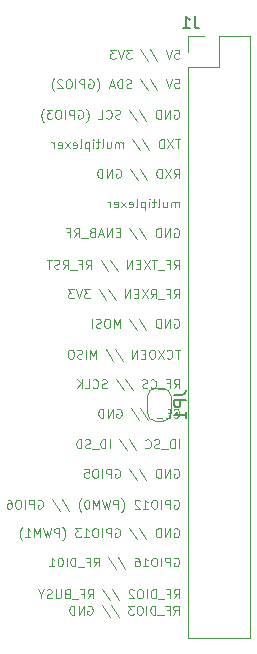
<source format=gbo>
%TF.GenerationSoftware,KiCad,Pcbnew,7.0.6*%
%TF.CreationDate,2024-05-06T19:07:49-07:00*%
%TF.ProjectId,2400_TCXO_RPi,32343030-5f54-4435-984f-5f5250692e6b,1.0*%
%TF.SameCoordinates,Original*%
%TF.FileFunction,Legend,Bot*%
%TF.FilePolarity,Positive*%
%FSLAX46Y46*%
G04 Gerber Fmt 4.6, Leading zero omitted, Abs format (unit mm)*
G04 Created by KiCad (PCBNEW 7.0.6) date 2024-05-06 19:07:49*
%MOMM*%
%LPD*%
G01*
G04 APERTURE LIST*
G04 Aperture macros list*
%AMFreePoly0*
4,1,19,0.000000,0.744911,0.071157,0.744911,0.207708,0.704816,0.327430,0.627875,0.420627,0.520320,0.479746,0.390866,0.500000,0.250000,0.500000,-0.250000,0.479746,-0.390866,0.420627,-0.520320,0.327430,-0.627875,0.207708,-0.704816,0.071157,-0.744911,0.000000,-0.744911,0.000000,-0.750000,-0.500000,-0.750000,-0.500000,0.750000,0.000000,0.750000,0.000000,0.744911,0.000000,0.744911,
$1*%
%AMFreePoly1*
4,1,19,0.500000,-0.750000,0.000000,-0.750000,0.000000,-0.744911,-0.071157,-0.744911,-0.207708,-0.704816,-0.327430,-0.627875,-0.420627,-0.520320,-0.479746,-0.390866,-0.500000,-0.250000,-0.500000,0.250000,-0.479746,0.390866,-0.420627,0.520320,-0.327430,0.627875,-0.207708,0.704816,-0.071157,0.744911,0.000000,0.744911,0.000000,0.750000,0.500000,0.750000,0.500000,-0.750000,0.500000,-0.750000,
$1*%
G04 Aperture macros list end*
%ADD10C,0.100000*%
%ADD11C,0.150000*%
%ADD12C,0.120000*%
%ADD13FreePoly0,90.000000*%
%ADD14FreePoly1,90.000000*%
%ADD15C,4.700000*%
%ADD16C,2.050000*%
%ADD17C,2.250000*%
%ADD18R,1.700000X1.700000*%
%ADD19O,1.700000X1.700000*%
G04 APERTURE END LIST*
D10*
X148080639Y-89928014D02*
X148080639Y-89178014D01*
X147723496Y-89928014D02*
X147723496Y-89178014D01*
X147723496Y-89178014D02*
X147544925Y-89178014D01*
X147544925Y-89178014D02*
X147437782Y-89213728D01*
X147437782Y-89213728D02*
X147366353Y-89285157D01*
X147366353Y-89285157D02*
X147330639Y-89356585D01*
X147330639Y-89356585D02*
X147294925Y-89499442D01*
X147294925Y-89499442D02*
X147294925Y-89606585D01*
X147294925Y-89606585D02*
X147330639Y-89749442D01*
X147330639Y-89749442D02*
X147366353Y-89820871D01*
X147366353Y-89820871D02*
X147437782Y-89892300D01*
X147437782Y-89892300D02*
X147544925Y-89928014D01*
X147544925Y-89928014D02*
X147723496Y-89928014D01*
X147152068Y-89999442D02*
X146580639Y-89999442D01*
X146437781Y-89892300D02*
X146330639Y-89928014D01*
X146330639Y-89928014D02*
X146152067Y-89928014D01*
X146152067Y-89928014D02*
X146080639Y-89892300D01*
X146080639Y-89892300D02*
X146044924Y-89856585D01*
X146044924Y-89856585D02*
X146009210Y-89785157D01*
X146009210Y-89785157D02*
X146009210Y-89713728D01*
X146009210Y-89713728D02*
X146044924Y-89642300D01*
X146044924Y-89642300D02*
X146080639Y-89606585D01*
X146080639Y-89606585D02*
X146152067Y-89570871D01*
X146152067Y-89570871D02*
X146294924Y-89535157D01*
X146294924Y-89535157D02*
X146366353Y-89499442D01*
X146366353Y-89499442D02*
X146402067Y-89463728D01*
X146402067Y-89463728D02*
X146437781Y-89392300D01*
X146437781Y-89392300D02*
X146437781Y-89320871D01*
X146437781Y-89320871D02*
X146402067Y-89249442D01*
X146402067Y-89249442D02*
X146366353Y-89213728D01*
X146366353Y-89213728D02*
X146294924Y-89178014D01*
X146294924Y-89178014D02*
X146116353Y-89178014D01*
X146116353Y-89178014D02*
X146009210Y-89213728D01*
X145259210Y-89856585D02*
X145294924Y-89892300D01*
X145294924Y-89892300D02*
X145402067Y-89928014D01*
X145402067Y-89928014D02*
X145473495Y-89928014D01*
X145473495Y-89928014D02*
X145580638Y-89892300D01*
X145580638Y-89892300D02*
X145652067Y-89820871D01*
X145652067Y-89820871D02*
X145687781Y-89749442D01*
X145687781Y-89749442D02*
X145723495Y-89606585D01*
X145723495Y-89606585D02*
X145723495Y-89499442D01*
X145723495Y-89499442D02*
X145687781Y-89356585D01*
X145687781Y-89356585D02*
X145652067Y-89285157D01*
X145652067Y-89285157D02*
X145580638Y-89213728D01*
X145580638Y-89213728D02*
X145473495Y-89178014D01*
X145473495Y-89178014D02*
X145402067Y-89178014D01*
X145402067Y-89178014D02*
X145294924Y-89213728D01*
X145294924Y-89213728D02*
X145259210Y-89249442D01*
X143830638Y-89142300D02*
X144473495Y-90106585D01*
X143044924Y-89142300D02*
X143687781Y-90106585D01*
X142223495Y-89928014D02*
X142223495Y-89178014D01*
X141866352Y-89928014D02*
X141866352Y-89178014D01*
X141866352Y-89178014D02*
X141687781Y-89178014D01*
X141687781Y-89178014D02*
X141580638Y-89213728D01*
X141580638Y-89213728D02*
X141509209Y-89285157D01*
X141509209Y-89285157D02*
X141473495Y-89356585D01*
X141473495Y-89356585D02*
X141437781Y-89499442D01*
X141437781Y-89499442D02*
X141437781Y-89606585D01*
X141437781Y-89606585D02*
X141473495Y-89749442D01*
X141473495Y-89749442D02*
X141509209Y-89820871D01*
X141509209Y-89820871D02*
X141580638Y-89892300D01*
X141580638Y-89892300D02*
X141687781Y-89928014D01*
X141687781Y-89928014D02*
X141866352Y-89928014D01*
X141294924Y-89999442D02*
X140723495Y-89999442D01*
X140580637Y-89892300D02*
X140473495Y-89928014D01*
X140473495Y-89928014D02*
X140294923Y-89928014D01*
X140294923Y-89928014D02*
X140223495Y-89892300D01*
X140223495Y-89892300D02*
X140187780Y-89856585D01*
X140187780Y-89856585D02*
X140152066Y-89785157D01*
X140152066Y-89785157D02*
X140152066Y-89713728D01*
X140152066Y-89713728D02*
X140187780Y-89642300D01*
X140187780Y-89642300D02*
X140223495Y-89606585D01*
X140223495Y-89606585D02*
X140294923Y-89570871D01*
X140294923Y-89570871D02*
X140437780Y-89535157D01*
X140437780Y-89535157D02*
X140509209Y-89499442D01*
X140509209Y-89499442D02*
X140544923Y-89463728D01*
X140544923Y-89463728D02*
X140580637Y-89392300D01*
X140580637Y-89392300D02*
X140580637Y-89320871D01*
X140580637Y-89320871D02*
X140544923Y-89249442D01*
X140544923Y-89249442D02*
X140509209Y-89213728D01*
X140509209Y-89213728D02*
X140437780Y-89178014D01*
X140437780Y-89178014D02*
X140259209Y-89178014D01*
X140259209Y-89178014D02*
X140152066Y-89213728D01*
X139830637Y-89928014D02*
X139830637Y-89178014D01*
X139830637Y-89178014D02*
X139652066Y-89178014D01*
X139652066Y-89178014D02*
X139544923Y-89213728D01*
X139544923Y-89213728D02*
X139473494Y-89285157D01*
X139473494Y-89285157D02*
X139437780Y-89356585D01*
X139437780Y-89356585D02*
X139402066Y-89499442D01*
X139402066Y-89499442D02*
X139402066Y-89606585D01*
X139402066Y-89606585D02*
X139437780Y-89749442D01*
X139437780Y-89749442D02*
X139473494Y-89820871D01*
X139473494Y-89820871D02*
X139544923Y-89892300D01*
X139544923Y-89892300D02*
X139652066Y-89928014D01*
X139652066Y-89928014D02*
X139830637Y-89928014D01*
X148187782Y-81578014D02*
X147759211Y-81578014D01*
X147973496Y-82328014D02*
X147973496Y-81578014D01*
X147080639Y-82256585D02*
X147116353Y-82292300D01*
X147116353Y-82292300D02*
X147223496Y-82328014D01*
X147223496Y-82328014D02*
X147294924Y-82328014D01*
X147294924Y-82328014D02*
X147402067Y-82292300D01*
X147402067Y-82292300D02*
X147473496Y-82220871D01*
X147473496Y-82220871D02*
X147509210Y-82149442D01*
X147509210Y-82149442D02*
X147544924Y-82006585D01*
X147544924Y-82006585D02*
X147544924Y-81899442D01*
X147544924Y-81899442D02*
X147509210Y-81756585D01*
X147509210Y-81756585D02*
X147473496Y-81685157D01*
X147473496Y-81685157D02*
X147402067Y-81613728D01*
X147402067Y-81613728D02*
X147294924Y-81578014D01*
X147294924Y-81578014D02*
X147223496Y-81578014D01*
X147223496Y-81578014D02*
X147116353Y-81613728D01*
X147116353Y-81613728D02*
X147080639Y-81649442D01*
X146830639Y-81578014D02*
X146330639Y-82328014D01*
X146330639Y-81578014D02*
X146830639Y-82328014D01*
X145902067Y-81578014D02*
X145759210Y-81578014D01*
X145759210Y-81578014D02*
X145687781Y-81613728D01*
X145687781Y-81613728D02*
X145616353Y-81685157D01*
X145616353Y-81685157D02*
X145580638Y-81828014D01*
X145580638Y-81828014D02*
X145580638Y-82078014D01*
X145580638Y-82078014D02*
X145616353Y-82220871D01*
X145616353Y-82220871D02*
X145687781Y-82292300D01*
X145687781Y-82292300D02*
X145759210Y-82328014D01*
X145759210Y-82328014D02*
X145902067Y-82328014D01*
X145902067Y-82328014D02*
X145973496Y-82292300D01*
X145973496Y-82292300D02*
X146044924Y-82220871D01*
X146044924Y-82220871D02*
X146080638Y-82078014D01*
X146080638Y-82078014D02*
X146080638Y-81828014D01*
X146080638Y-81828014D02*
X146044924Y-81685157D01*
X146044924Y-81685157D02*
X145973496Y-81613728D01*
X145973496Y-81613728D02*
X145902067Y-81578014D01*
X145259210Y-81935157D02*
X145009210Y-81935157D01*
X144902067Y-82328014D02*
X145259210Y-82328014D01*
X145259210Y-82328014D02*
X145259210Y-81578014D01*
X145259210Y-81578014D02*
X144902067Y-81578014D01*
X144580639Y-82328014D02*
X144580639Y-81578014D01*
X144580639Y-81578014D02*
X144152068Y-82328014D01*
X144152068Y-82328014D02*
X144152068Y-81578014D01*
X142687782Y-81542300D02*
X143330639Y-82506585D01*
X141902068Y-81542300D02*
X142544925Y-82506585D01*
X141080639Y-82328014D02*
X141080639Y-81578014D01*
X141080639Y-81578014D02*
X140830639Y-82113728D01*
X140830639Y-82113728D02*
X140580639Y-81578014D01*
X140580639Y-81578014D02*
X140580639Y-82328014D01*
X140223496Y-82328014D02*
X140223496Y-81578014D01*
X139902067Y-82292300D02*
X139794925Y-82328014D01*
X139794925Y-82328014D02*
X139616353Y-82328014D01*
X139616353Y-82328014D02*
X139544925Y-82292300D01*
X139544925Y-82292300D02*
X139509210Y-82256585D01*
X139509210Y-82256585D02*
X139473496Y-82185157D01*
X139473496Y-82185157D02*
X139473496Y-82113728D01*
X139473496Y-82113728D02*
X139509210Y-82042300D01*
X139509210Y-82042300D02*
X139544925Y-82006585D01*
X139544925Y-82006585D02*
X139616353Y-81970871D01*
X139616353Y-81970871D02*
X139759210Y-81935157D01*
X139759210Y-81935157D02*
X139830639Y-81899442D01*
X139830639Y-81899442D02*
X139866353Y-81863728D01*
X139866353Y-81863728D02*
X139902067Y-81792300D01*
X139902067Y-81792300D02*
X139902067Y-81720871D01*
X139902067Y-81720871D02*
X139866353Y-81649442D01*
X139866353Y-81649442D02*
X139830639Y-81613728D01*
X139830639Y-81613728D02*
X139759210Y-81578014D01*
X139759210Y-81578014D02*
X139580639Y-81578014D01*
X139580639Y-81578014D02*
X139473496Y-81613728D01*
X139009210Y-81578014D02*
X138866353Y-81578014D01*
X138866353Y-81578014D02*
X138794924Y-81613728D01*
X138794924Y-81613728D02*
X138723496Y-81685157D01*
X138723496Y-81685157D02*
X138687781Y-81828014D01*
X138687781Y-81828014D02*
X138687781Y-82078014D01*
X138687781Y-82078014D02*
X138723496Y-82220871D01*
X138723496Y-82220871D02*
X138794924Y-82292300D01*
X138794924Y-82292300D02*
X138866353Y-82328014D01*
X138866353Y-82328014D02*
X139009210Y-82328014D01*
X139009210Y-82328014D02*
X139080639Y-82292300D01*
X139080639Y-82292300D02*
X139152067Y-82220871D01*
X139152067Y-82220871D02*
X139187781Y-82078014D01*
X139187781Y-82078014D02*
X139187781Y-81828014D01*
X139187781Y-81828014D02*
X139152067Y-81685157D01*
X139152067Y-81685157D02*
X139080639Y-81613728D01*
X139080639Y-81613728D02*
X139009210Y-81578014D01*
X147652068Y-87256585D02*
X147687782Y-87292300D01*
X147687782Y-87292300D02*
X147794925Y-87328014D01*
X147794925Y-87328014D02*
X147866353Y-87328014D01*
X147866353Y-87328014D02*
X147973496Y-87292300D01*
X147973496Y-87292300D02*
X148044925Y-87220871D01*
X148044925Y-87220871D02*
X148080639Y-87149442D01*
X148080639Y-87149442D02*
X148116353Y-87006585D01*
X148116353Y-87006585D02*
X148116353Y-86899442D01*
X148116353Y-86899442D02*
X148080639Y-86756585D01*
X148080639Y-86756585D02*
X148044925Y-86685157D01*
X148044925Y-86685157D02*
X147973496Y-86613728D01*
X147973496Y-86613728D02*
X147866353Y-86578014D01*
X147866353Y-86578014D02*
X147794925Y-86578014D01*
X147794925Y-86578014D02*
X147687782Y-86613728D01*
X147687782Y-86613728D02*
X147652068Y-86649442D01*
X147330639Y-86935157D02*
X147080639Y-86935157D01*
X146973496Y-87328014D02*
X147330639Y-87328014D01*
X147330639Y-87328014D02*
X147330639Y-86578014D01*
X147330639Y-86578014D02*
X146973496Y-86578014D01*
X146259211Y-87328014D02*
X146687782Y-87328014D01*
X146473497Y-87328014D02*
X146473497Y-86578014D01*
X146473497Y-86578014D02*
X146544925Y-86685157D01*
X146544925Y-86685157D02*
X146616354Y-86756585D01*
X146616354Y-86756585D02*
X146687782Y-86792300D01*
X144830639Y-86542300D02*
X145473496Y-87506585D01*
X144044925Y-86542300D02*
X144687782Y-87506585D01*
X142830639Y-86613728D02*
X142902068Y-86578014D01*
X142902068Y-86578014D02*
X143009210Y-86578014D01*
X143009210Y-86578014D02*
X143116353Y-86613728D01*
X143116353Y-86613728D02*
X143187782Y-86685157D01*
X143187782Y-86685157D02*
X143223496Y-86756585D01*
X143223496Y-86756585D02*
X143259210Y-86899442D01*
X143259210Y-86899442D02*
X143259210Y-87006585D01*
X143259210Y-87006585D02*
X143223496Y-87149442D01*
X143223496Y-87149442D02*
X143187782Y-87220871D01*
X143187782Y-87220871D02*
X143116353Y-87292300D01*
X143116353Y-87292300D02*
X143009210Y-87328014D01*
X143009210Y-87328014D02*
X142937782Y-87328014D01*
X142937782Y-87328014D02*
X142830639Y-87292300D01*
X142830639Y-87292300D02*
X142794925Y-87256585D01*
X142794925Y-87256585D02*
X142794925Y-87006585D01*
X142794925Y-87006585D02*
X142937782Y-87006585D01*
X142473496Y-87328014D02*
X142473496Y-86578014D01*
X142473496Y-86578014D02*
X142044925Y-87328014D01*
X142044925Y-87328014D02*
X142044925Y-86578014D01*
X141687782Y-87328014D02*
X141687782Y-86578014D01*
X141687782Y-86578014D02*
X141509211Y-86578014D01*
X141509211Y-86578014D02*
X141402068Y-86613728D01*
X141402068Y-86613728D02*
X141330639Y-86685157D01*
X141330639Y-86685157D02*
X141294925Y-86756585D01*
X141294925Y-86756585D02*
X141259211Y-86899442D01*
X141259211Y-86899442D02*
X141259211Y-87006585D01*
X141259211Y-87006585D02*
X141294925Y-87149442D01*
X141294925Y-87149442D02*
X141330639Y-87220871D01*
X141330639Y-87220871D02*
X141402068Y-87292300D01*
X141402068Y-87292300D02*
X141509211Y-87328014D01*
X141509211Y-87328014D02*
X141687782Y-87328014D01*
X147687782Y-61313728D02*
X147759211Y-61278014D01*
X147759211Y-61278014D02*
X147866353Y-61278014D01*
X147866353Y-61278014D02*
X147973496Y-61313728D01*
X147973496Y-61313728D02*
X148044925Y-61385157D01*
X148044925Y-61385157D02*
X148080639Y-61456585D01*
X148080639Y-61456585D02*
X148116353Y-61599442D01*
X148116353Y-61599442D02*
X148116353Y-61706585D01*
X148116353Y-61706585D02*
X148080639Y-61849442D01*
X148080639Y-61849442D02*
X148044925Y-61920871D01*
X148044925Y-61920871D02*
X147973496Y-61992300D01*
X147973496Y-61992300D02*
X147866353Y-62028014D01*
X147866353Y-62028014D02*
X147794925Y-62028014D01*
X147794925Y-62028014D02*
X147687782Y-61992300D01*
X147687782Y-61992300D02*
X147652068Y-61956585D01*
X147652068Y-61956585D02*
X147652068Y-61706585D01*
X147652068Y-61706585D02*
X147794925Y-61706585D01*
X147330639Y-62028014D02*
X147330639Y-61278014D01*
X147330639Y-61278014D02*
X146902068Y-62028014D01*
X146902068Y-62028014D02*
X146902068Y-61278014D01*
X146544925Y-62028014D02*
X146544925Y-61278014D01*
X146544925Y-61278014D02*
X146366354Y-61278014D01*
X146366354Y-61278014D02*
X146259211Y-61313728D01*
X146259211Y-61313728D02*
X146187782Y-61385157D01*
X146187782Y-61385157D02*
X146152068Y-61456585D01*
X146152068Y-61456585D02*
X146116354Y-61599442D01*
X146116354Y-61599442D02*
X146116354Y-61706585D01*
X146116354Y-61706585D02*
X146152068Y-61849442D01*
X146152068Y-61849442D02*
X146187782Y-61920871D01*
X146187782Y-61920871D02*
X146259211Y-61992300D01*
X146259211Y-61992300D02*
X146366354Y-62028014D01*
X146366354Y-62028014D02*
X146544925Y-62028014D01*
X144687782Y-61242300D02*
X145330639Y-62206585D01*
X143902068Y-61242300D02*
X144544925Y-62206585D01*
X143116353Y-61992300D02*
X143009211Y-62028014D01*
X143009211Y-62028014D02*
X142830639Y-62028014D01*
X142830639Y-62028014D02*
X142759211Y-61992300D01*
X142759211Y-61992300D02*
X142723496Y-61956585D01*
X142723496Y-61956585D02*
X142687782Y-61885157D01*
X142687782Y-61885157D02*
X142687782Y-61813728D01*
X142687782Y-61813728D02*
X142723496Y-61742300D01*
X142723496Y-61742300D02*
X142759211Y-61706585D01*
X142759211Y-61706585D02*
X142830639Y-61670871D01*
X142830639Y-61670871D02*
X142973496Y-61635157D01*
X142973496Y-61635157D02*
X143044925Y-61599442D01*
X143044925Y-61599442D02*
X143080639Y-61563728D01*
X143080639Y-61563728D02*
X143116353Y-61492300D01*
X143116353Y-61492300D02*
X143116353Y-61420871D01*
X143116353Y-61420871D02*
X143080639Y-61349442D01*
X143080639Y-61349442D02*
X143044925Y-61313728D01*
X143044925Y-61313728D02*
X142973496Y-61278014D01*
X142973496Y-61278014D02*
X142794925Y-61278014D01*
X142794925Y-61278014D02*
X142687782Y-61313728D01*
X141937782Y-61956585D02*
X141973496Y-61992300D01*
X141973496Y-61992300D02*
X142080639Y-62028014D01*
X142080639Y-62028014D02*
X142152067Y-62028014D01*
X142152067Y-62028014D02*
X142259210Y-61992300D01*
X142259210Y-61992300D02*
X142330639Y-61920871D01*
X142330639Y-61920871D02*
X142366353Y-61849442D01*
X142366353Y-61849442D02*
X142402067Y-61706585D01*
X142402067Y-61706585D02*
X142402067Y-61599442D01*
X142402067Y-61599442D02*
X142366353Y-61456585D01*
X142366353Y-61456585D02*
X142330639Y-61385157D01*
X142330639Y-61385157D02*
X142259210Y-61313728D01*
X142259210Y-61313728D02*
X142152067Y-61278014D01*
X142152067Y-61278014D02*
X142080639Y-61278014D01*
X142080639Y-61278014D02*
X141973496Y-61313728D01*
X141973496Y-61313728D02*
X141937782Y-61349442D01*
X141259210Y-62028014D02*
X141616353Y-62028014D01*
X141616353Y-62028014D02*
X141616353Y-61278014D01*
X140223495Y-62313728D02*
X140259210Y-62278014D01*
X140259210Y-62278014D02*
X140330638Y-62170871D01*
X140330638Y-62170871D02*
X140366353Y-62099442D01*
X140366353Y-62099442D02*
X140402067Y-61992300D01*
X140402067Y-61992300D02*
X140437781Y-61813728D01*
X140437781Y-61813728D02*
X140437781Y-61670871D01*
X140437781Y-61670871D02*
X140402067Y-61492300D01*
X140402067Y-61492300D02*
X140366353Y-61385157D01*
X140366353Y-61385157D02*
X140330638Y-61313728D01*
X140330638Y-61313728D02*
X140259210Y-61206585D01*
X140259210Y-61206585D02*
X140223495Y-61170871D01*
X139544924Y-61313728D02*
X139616353Y-61278014D01*
X139616353Y-61278014D02*
X139723495Y-61278014D01*
X139723495Y-61278014D02*
X139830638Y-61313728D01*
X139830638Y-61313728D02*
X139902067Y-61385157D01*
X139902067Y-61385157D02*
X139937781Y-61456585D01*
X139937781Y-61456585D02*
X139973495Y-61599442D01*
X139973495Y-61599442D02*
X139973495Y-61706585D01*
X139973495Y-61706585D02*
X139937781Y-61849442D01*
X139937781Y-61849442D02*
X139902067Y-61920871D01*
X139902067Y-61920871D02*
X139830638Y-61992300D01*
X139830638Y-61992300D02*
X139723495Y-62028014D01*
X139723495Y-62028014D02*
X139652067Y-62028014D01*
X139652067Y-62028014D02*
X139544924Y-61992300D01*
X139544924Y-61992300D02*
X139509210Y-61956585D01*
X139509210Y-61956585D02*
X139509210Y-61706585D01*
X139509210Y-61706585D02*
X139652067Y-61706585D01*
X139187781Y-62028014D02*
X139187781Y-61278014D01*
X139187781Y-61278014D02*
X138902067Y-61278014D01*
X138902067Y-61278014D02*
X138830638Y-61313728D01*
X138830638Y-61313728D02*
X138794924Y-61349442D01*
X138794924Y-61349442D02*
X138759210Y-61420871D01*
X138759210Y-61420871D02*
X138759210Y-61528014D01*
X138759210Y-61528014D02*
X138794924Y-61599442D01*
X138794924Y-61599442D02*
X138830638Y-61635157D01*
X138830638Y-61635157D02*
X138902067Y-61670871D01*
X138902067Y-61670871D02*
X139187781Y-61670871D01*
X138437781Y-62028014D02*
X138437781Y-61278014D01*
X137937781Y-61278014D02*
X137794924Y-61278014D01*
X137794924Y-61278014D02*
X137723495Y-61313728D01*
X137723495Y-61313728D02*
X137652067Y-61385157D01*
X137652067Y-61385157D02*
X137616352Y-61528014D01*
X137616352Y-61528014D02*
X137616352Y-61778014D01*
X137616352Y-61778014D02*
X137652067Y-61920871D01*
X137652067Y-61920871D02*
X137723495Y-61992300D01*
X137723495Y-61992300D02*
X137794924Y-62028014D01*
X137794924Y-62028014D02*
X137937781Y-62028014D01*
X137937781Y-62028014D02*
X138009210Y-61992300D01*
X138009210Y-61992300D02*
X138080638Y-61920871D01*
X138080638Y-61920871D02*
X138116352Y-61778014D01*
X138116352Y-61778014D02*
X138116352Y-61528014D01*
X138116352Y-61528014D02*
X138080638Y-61385157D01*
X138080638Y-61385157D02*
X138009210Y-61313728D01*
X138009210Y-61313728D02*
X137937781Y-61278014D01*
X137366353Y-61278014D02*
X136902067Y-61278014D01*
X136902067Y-61278014D02*
X137152067Y-61563728D01*
X137152067Y-61563728D02*
X137044924Y-61563728D01*
X137044924Y-61563728D02*
X136973496Y-61599442D01*
X136973496Y-61599442D02*
X136937781Y-61635157D01*
X136937781Y-61635157D02*
X136902067Y-61706585D01*
X136902067Y-61706585D02*
X136902067Y-61885157D01*
X136902067Y-61885157D02*
X136937781Y-61956585D01*
X136937781Y-61956585D02*
X136973496Y-61992300D01*
X136973496Y-61992300D02*
X137044924Y-62028014D01*
X137044924Y-62028014D02*
X137259210Y-62028014D01*
X137259210Y-62028014D02*
X137330638Y-61992300D01*
X137330638Y-61992300D02*
X137366353Y-61956585D01*
X136652067Y-62313728D02*
X136616352Y-62278014D01*
X136616352Y-62278014D02*
X136544924Y-62170871D01*
X136544924Y-62170871D02*
X136509210Y-62099442D01*
X136509210Y-62099442D02*
X136473495Y-61992300D01*
X136473495Y-61992300D02*
X136437781Y-61813728D01*
X136437781Y-61813728D02*
X136437781Y-61670871D01*
X136437781Y-61670871D02*
X136473495Y-61492300D01*
X136473495Y-61492300D02*
X136509210Y-61385157D01*
X136509210Y-61385157D02*
X136544924Y-61313728D01*
X136544924Y-61313728D02*
X136616352Y-61206585D01*
X136616352Y-61206585D02*
X136652067Y-61170871D01*
X147687782Y-79013728D02*
X147759211Y-78978014D01*
X147759211Y-78978014D02*
X147866353Y-78978014D01*
X147866353Y-78978014D02*
X147973496Y-79013728D01*
X147973496Y-79013728D02*
X148044925Y-79085157D01*
X148044925Y-79085157D02*
X148080639Y-79156585D01*
X148080639Y-79156585D02*
X148116353Y-79299442D01*
X148116353Y-79299442D02*
X148116353Y-79406585D01*
X148116353Y-79406585D02*
X148080639Y-79549442D01*
X148080639Y-79549442D02*
X148044925Y-79620871D01*
X148044925Y-79620871D02*
X147973496Y-79692300D01*
X147973496Y-79692300D02*
X147866353Y-79728014D01*
X147866353Y-79728014D02*
X147794925Y-79728014D01*
X147794925Y-79728014D02*
X147687782Y-79692300D01*
X147687782Y-79692300D02*
X147652068Y-79656585D01*
X147652068Y-79656585D02*
X147652068Y-79406585D01*
X147652068Y-79406585D02*
X147794925Y-79406585D01*
X147330639Y-79728014D02*
X147330639Y-78978014D01*
X147330639Y-78978014D02*
X146902068Y-79728014D01*
X146902068Y-79728014D02*
X146902068Y-78978014D01*
X146544925Y-79728014D02*
X146544925Y-78978014D01*
X146544925Y-78978014D02*
X146366354Y-78978014D01*
X146366354Y-78978014D02*
X146259211Y-79013728D01*
X146259211Y-79013728D02*
X146187782Y-79085157D01*
X146187782Y-79085157D02*
X146152068Y-79156585D01*
X146152068Y-79156585D02*
X146116354Y-79299442D01*
X146116354Y-79299442D02*
X146116354Y-79406585D01*
X146116354Y-79406585D02*
X146152068Y-79549442D01*
X146152068Y-79549442D02*
X146187782Y-79620871D01*
X146187782Y-79620871D02*
X146259211Y-79692300D01*
X146259211Y-79692300D02*
X146366354Y-79728014D01*
X146366354Y-79728014D02*
X146544925Y-79728014D01*
X144687782Y-78942300D02*
X145330639Y-79906585D01*
X143902068Y-78942300D02*
X144544925Y-79906585D01*
X143080639Y-79728014D02*
X143080639Y-78978014D01*
X143080639Y-78978014D02*
X142830639Y-79513728D01*
X142830639Y-79513728D02*
X142580639Y-78978014D01*
X142580639Y-78978014D02*
X142580639Y-79728014D01*
X142080639Y-78978014D02*
X141937782Y-78978014D01*
X141937782Y-78978014D02*
X141866353Y-79013728D01*
X141866353Y-79013728D02*
X141794925Y-79085157D01*
X141794925Y-79085157D02*
X141759210Y-79228014D01*
X141759210Y-79228014D02*
X141759210Y-79478014D01*
X141759210Y-79478014D02*
X141794925Y-79620871D01*
X141794925Y-79620871D02*
X141866353Y-79692300D01*
X141866353Y-79692300D02*
X141937782Y-79728014D01*
X141937782Y-79728014D02*
X142080639Y-79728014D01*
X142080639Y-79728014D02*
X142152068Y-79692300D01*
X142152068Y-79692300D02*
X142223496Y-79620871D01*
X142223496Y-79620871D02*
X142259210Y-79478014D01*
X142259210Y-79478014D02*
X142259210Y-79228014D01*
X142259210Y-79228014D02*
X142223496Y-79085157D01*
X142223496Y-79085157D02*
X142152068Y-79013728D01*
X142152068Y-79013728D02*
X142080639Y-78978014D01*
X141473496Y-79692300D02*
X141366354Y-79728014D01*
X141366354Y-79728014D02*
X141187782Y-79728014D01*
X141187782Y-79728014D02*
X141116354Y-79692300D01*
X141116354Y-79692300D02*
X141080639Y-79656585D01*
X141080639Y-79656585D02*
X141044925Y-79585157D01*
X141044925Y-79585157D02*
X141044925Y-79513728D01*
X141044925Y-79513728D02*
X141080639Y-79442300D01*
X141080639Y-79442300D02*
X141116354Y-79406585D01*
X141116354Y-79406585D02*
X141187782Y-79370871D01*
X141187782Y-79370871D02*
X141330639Y-79335157D01*
X141330639Y-79335157D02*
X141402068Y-79299442D01*
X141402068Y-79299442D02*
X141437782Y-79263728D01*
X141437782Y-79263728D02*
X141473496Y-79192300D01*
X141473496Y-79192300D02*
X141473496Y-79120871D01*
X141473496Y-79120871D02*
X141437782Y-79049442D01*
X141437782Y-79049442D02*
X141402068Y-79013728D01*
X141402068Y-79013728D02*
X141330639Y-78978014D01*
X141330639Y-78978014D02*
X141152068Y-78978014D01*
X141152068Y-78978014D02*
X141044925Y-79013728D01*
X140723496Y-79728014D02*
X140723496Y-78978014D01*
X147687782Y-94313728D02*
X147759211Y-94278014D01*
X147759211Y-94278014D02*
X147866353Y-94278014D01*
X147866353Y-94278014D02*
X147973496Y-94313728D01*
X147973496Y-94313728D02*
X148044925Y-94385157D01*
X148044925Y-94385157D02*
X148080639Y-94456585D01*
X148080639Y-94456585D02*
X148116353Y-94599442D01*
X148116353Y-94599442D02*
X148116353Y-94706585D01*
X148116353Y-94706585D02*
X148080639Y-94849442D01*
X148080639Y-94849442D02*
X148044925Y-94920871D01*
X148044925Y-94920871D02*
X147973496Y-94992300D01*
X147973496Y-94992300D02*
X147866353Y-95028014D01*
X147866353Y-95028014D02*
X147794925Y-95028014D01*
X147794925Y-95028014D02*
X147687782Y-94992300D01*
X147687782Y-94992300D02*
X147652068Y-94956585D01*
X147652068Y-94956585D02*
X147652068Y-94706585D01*
X147652068Y-94706585D02*
X147794925Y-94706585D01*
X147330639Y-95028014D02*
X147330639Y-94278014D01*
X147330639Y-94278014D02*
X147044925Y-94278014D01*
X147044925Y-94278014D02*
X146973496Y-94313728D01*
X146973496Y-94313728D02*
X146937782Y-94349442D01*
X146937782Y-94349442D02*
X146902068Y-94420871D01*
X146902068Y-94420871D02*
X146902068Y-94528014D01*
X146902068Y-94528014D02*
X146937782Y-94599442D01*
X146937782Y-94599442D02*
X146973496Y-94635157D01*
X146973496Y-94635157D02*
X147044925Y-94670871D01*
X147044925Y-94670871D02*
X147330639Y-94670871D01*
X146580639Y-95028014D02*
X146580639Y-94278014D01*
X146080639Y-94278014D02*
X145937782Y-94278014D01*
X145937782Y-94278014D02*
X145866353Y-94313728D01*
X145866353Y-94313728D02*
X145794925Y-94385157D01*
X145794925Y-94385157D02*
X145759210Y-94528014D01*
X145759210Y-94528014D02*
X145759210Y-94778014D01*
X145759210Y-94778014D02*
X145794925Y-94920871D01*
X145794925Y-94920871D02*
X145866353Y-94992300D01*
X145866353Y-94992300D02*
X145937782Y-95028014D01*
X145937782Y-95028014D02*
X146080639Y-95028014D01*
X146080639Y-95028014D02*
X146152068Y-94992300D01*
X146152068Y-94992300D02*
X146223496Y-94920871D01*
X146223496Y-94920871D02*
X146259210Y-94778014D01*
X146259210Y-94778014D02*
X146259210Y-94528014D01*
X146259210Y-94528014D02*
X146223496Y-94385157D01*
X146223496Y-94385157D02*
X146152068Y-94313728D01*
X146152068Y-94313728D02*
X146080639Y-94278014D01*
X145044925Y-95028014D02*
X145473496Y-95028014D01*
X145259211Y-95028014D02*
X145259211Y-94278014D01*
X145259211Y-94278014D02*
X145330639Y-94385157D01*
X145330639Y-94385157D02*
X145402068Y-94456585D01*
X145402068Y-94456585D02*
X145473496Y-94492300D01*
X144759210Y-94349442D02*
X144723496Y-94313728D01*
X144723496Y-94313728D02*
X144652068Y-94278014D01*
X144652068Y-94278014D02*
X144473496Y-94278014D01*
X144473496Y-94278014D02*
X144402068Y-94313728D01*
X144402068Y-94313728D02*
X144366353Y-94349442D01*
X144366353Y-94349442D02*
X144330639Y-94420871D01*
X144330639Y-94420871D02*
X144330639Y-94492300D01*
X144330639Y-94492300D02*
X144366353Y-94599442D01*
X144366353Y-94599442D02*
X144794925Y-95028014D01*
X144794925Y-95028014D02*
X144330639Y-95028014D01*
X143223495Y-95313728D02*
X143259210Y-95278014D01*
X143259210Y-95278014D02*
X143330638Y-95170871D01*
X143330638Y-95170871D02*
X143366353Y-95099442D01*
X143366353Y-95099442D02*
X143402067Y-94992300D01*
X143402067Y-94992300D02*
X143437781Y-94813728D01*
X143437781Y-94813728D02*
X143437781Y-94670871D01*
X143437781Y-94670871D02*
X143402067Y-94492300D01*
X143402067Y-94492300D02*
X143366353Y-94385157D01*
X143366353Y-94385157D02*
X143330638Y-94313728D01*
X143330638Y-94313728D02*
X143259210Y-94206585D01*
X143259210Y-94206585D02*
X143223495Y-94170871D01*
X142937781Y-95028014D02*
X142937781Y-94278014D01*
X142937781Y-94278014D02*
X142652067Y-94278014D01*
X142652067Y-94278014D02*
X142580638Y-94313728D01*
X142580638Y-94313728D02*
X142544924Y-94349442D01*
X142544924Y-94349442D02*
X142509210Y-94420871D01*
X142509210Y-94420871D02*
X142509210Y-94528014D01*
X142509210Y-94528014D02*
X142544924Y-94599442D01*
X142544924Y-94599442D02*
X142580638Y-94635157D01*
X142580638Y-94635157D02*
X142652067Y-94670871D01*
X142652067Y-94670871D02*
X142937781Y-94670871D01*
X142259210Y-94278014D02*
X142080638Y-95028014D01*
X142080638Y-95028014D02*
X141937781Y-94492300D01*
X141937781Y-94492300D02*
X141794924Y-95028014D01*
X141794924Y-95028014D02*
X141616353Y-94278014D01*
X141330638Y-95028014D02*
X141330638Y-94278014D01*
X141330638Y-94278014D02*
X141080638Y-94813728D01*
X141080638Y-94813728D02*
X140830638Y-94278014D01*
X140830638Y-94278014D02*
X140830638Y-95028014D01*
X140330638Y-94278014D02*
X140259209Y-94278014D01*
X140259209Y-94278014D02*
X140187781Y-94313728D01*
X140187781Y-94313728D02*
X140152067Y-94349442D01*
X140152067Y-94349442D02*
X140116352Y-94420871D01*
X140116352Y-94420871D02*
X140080638Y-94563728D01*
X140080638Y-94563728D02*
X140080638Y-94742300D01*
X140080638Y-94742300D02*
X140116352Y-94885157D01*
X140116352Y-94885157D02*
X140152067Y-94956585D01*
X140152067Y-94956585D02*
X140187781Y-94992300D01*
X140187781Y-94992300D02*
X140259209Y-95028014D01*
X140259209Y-95028014D02*
X140330638Y-95028014D01*
X140330638Y-95028014D02*
X140402067Y-94992300D01*
X140402067Y-94992300D02*
X140437781Y-94956585D01*
X140437781Y-94956585D02*
X140473495Y-94885157D01*
X140473495Y-94885157D02*
X140509209Y-94742300D01*
X140509209Y-94742300D02*
X140509209Y-94563728D01*
X140509209Y-94563728D02*
X140473495Y-94420871D01*
X140473495Y-94420871D02*
X140437781Y-94349442D01*
X140437781Y-94349442D02*
X140402067Y-94313728D01*
X140402067Y-94313728D02*
X140330638Y-94278014D01*
X139830638Y-95313728D02*
X139794923Y-95278014D01*
X139794923Y-95278014D02*
X139723495Y-95170871D01*
X139723495Y-95170871D02*
X139687781Y-95099442D01*
X139687781Y-95099442D02*
X139652066Y-94992300D01*
X139652066Y-94992300D02*
X139616352Y-94813728D01*
X139616352Y-94813728D02*
X139616352Y-94670871D01*
X139616352Y-94670871D02*
X139652066Y-94492300D01*
X139652066Y-94492300D02*
X139687781Y-94385157D01*
X139687781Y-94385157D02*
X139723495Y-94313728D01*
X139723495Y-94313728D02*
X139794923Y-94206585D01*
X139794923Y-94206585D02*
X139830638Y-94170871D01*
X138152066Y-94242300D02*
X138794923Y-95206585D01*
X137366352Y-94242300D02*
X138009209Y-95206585D01*
X136152066Y-94313728D02*
X136223495Y-94278014D01*
X136223495Y-94278014D02*
X136330637Y-94278014D01*
X136330637Y-94278014D02*
X136437780Y-94313728D01*
X136437780Y-94313728D02*
X136509209Y-94385157D01*
X136509209Y-94385157D02*
X136544923Y-94456585D01*
X136544923Y-94456585D02*
X136580637Y-94599442D01*
X136580637Y-94599442D02*
X136580637Y-94706585D01*
X136580637Y-94706585D02*
X136544923Y-94849442D01*
X136544923Y-94849442D02*
X136509209Y-94920871D01*
X136509209Y-94920871D02*
X136437780Y-94992300D01*
X136437780Y-94992300D02*
X136330637Y-95028014D01*
X136330637Y-95028014D02*
X136259209Y-95028014D01*
X136259209Y-95028014D02*
X136152066Y-94992300D01*
X136152066Y-94992300D02*
X136116352Y-94956585D01*
X136116352Y-94956585D02*
X136116352Y-94706585D01*
X136116352Y-94706585D02*
X136259209Y-94706585D01*
X135794923Y-95028014D02*
X135794923Y-94278014D01*
X135794923Y-94278014D02*
X135509209Y-94278014D01*
X135509209Y-94278014D02*
X135437780Y-94313728D01*
X135437780Y-94313728D02*
X135402066Y-94349442D01*
X135402066Y-94349442D02*
X135366352Y-94420871D01*
X135366352Y-94420871D02*
X135366352Y-94528014D01*
X135366352Y-94528014D02*
X135402066Y-94599442D01*
X135402066Y-94599442D02*
X135437780Y-94635157D01*
X135437780Y-94635157D02*
X135509209Y-94670871D01*
X135509209Y-94670871D02*
X135794923Y-94670871D01*
X135044923Y-95028014D02*
X135044923Y-94278014D01*
X134544923Y-94278014D02*
X134402066Y-94278014D01*
X134402066Y-94278014D02*
X134330637Y-94313728D01*
X134330637Y-94313728D02*
X134259209Y-94385157D01*
X134259209Y-94385157D02*
X134223494Y-94528014D01*
X134223494Y-94528014D02*
X134223494Y-94778014D01*
X134223494Y-94778014D02*
X134259209Y-94920871D01*
X134259209Y-94920871D02*
X134330637Y-94992300D01*
X134330637Y-94992300D02*
X134402066Y-95028014D01*
X134402066Y-95028014D02*
X134544923Y-95028014D01*
X134544923Y-95028014D02*
X134616352Y-94992300D01*
X134616352Y-94992300D02*
X134687780Y-94920871D01*
X134687780Y-94920871D02*
X134723494Y-94778014D01*
X134723494Y-94778014D02*
X134723494Y-94528014D01*
X134723494Y-94528014D02*
X134687780Y-94385157D01*
X134687780Y-94385157D02*
X134616352Y-94313728D01*
X134616352Y-94313728D02*
X134544923Y-94278014D01*
X133580638Y-94278014D02*
X133723495Y-94278014D01*
X133723495Y-94278014D02*
X133794923Y-94313728D01*
X133794923Y-94313728D02*
X133830638Y-94349442D01*
X133830638Y-94349442D02*
X133902066Y-94456585D01*
X133902066Y-94456585D02*
X133937780Y-94599442D01*
X133937780Y-94599442D02*
X133937780Y-94885157D01*
X133937780Y-94885157D02*
X133902066Y-94956585D01*
X133902066Y-94956585D02*
X133866352Y-94992300D01*
X133866352Y-94992300D02*
X133794923Y-95028014D01*
X133794923Y-95028014D02*
X133652066Y-95028014D01*
X133652066Y-95028014D02*
X133580638Y-94992300D01*
X133580638Y-94992300D02*
X133544923Y-94956585D01*
X133544923Y-94956585D02*
X133509209Y-94885157D01*
X133509209Y-94885157D02*
X133509209Y-94706585D01*
X133509209Y-94706585D02*
X133544923Y-94635157D01*
X133544923Y-94635157D02*
X133580638Y-94599442D01*
X133580638Y-94599442D02*
X133652066Y-94563728D01*
X133652066Y-94563728D02*
X133794923Y-94563728D01*
X133794923Y-94563728D02*
X133866352Y-94599442D01*
X133866352Y-94599442D02*
X133902066Y-94635157D01*
X133902066Y-94635157D02*
X133937780Y-94706585D01*
X147652068Y-102628014D02*
X147902068Y-102270871D01*
X148080639Y-102628014D02*
X148080639Y-101878014D01*
X148080639Y-101878014D02*
X147794925Y-101878014D01*
X147794925Y-101878014D02*
X147723496Y-101913728D01*
X147723496Y-101913728D02*
X147687782Y-101949442D01*
X147687782Y-101949442D02*
X147652068Y-102020871D01*
X147652068Y-102020871D02*
X147652068Y-102128014D01*
X147652068Y-102128014D02*
X147687782Y-102199442D01*
X147687782Y-102199442D02*
X147723496Y-102235157D01*
X147723496Y-102235157D02*
X147794925Y-102270871D01*
X147794925Y-102270871D02*
X148080639Y-102270871D01*
X147080639Y-102235157D02*
X147330639Y-102235157D01*
X147330639Y-102628014D02*
X147330639Y-101878014D01*
X147330639Y-101878014D02*
X146973496Y-101878014D01*
X146866354Y-102699442D02*
X146294925Y-102699442D01*
X146116353Y-102628014D02*
X146116353Y-101878014D01*
X146116353Y-101878014D02*
X145937782Y-101878014D01*
X145937782Y-101878014D02*
X145830639Y-101913728D01*
X145830639Y-101913728D02*
X145759210Y-101985157D01*
X145759210Y-101985157D02*
X145723496Y-102056585D01*
X145723496Y-102056585D02*
X145687782Y-102199442D01*
X145687782Y-102199442D02*
X145687782Y-102306585D01*
X145687782Y-102306585D02*
X145723496Y-102449442D01*
X145723496Y-102449442D02*
X145759210Y-102520871D01*
X145759210Y-102520871D02*
X145830639Y-102592300D01*
X145830639Y-102592300D02*
X145937782Y-102628014D01*
X145937782Y-102628014D02*
X146116353Y-102628014D01*
X145366353Y-102628014D02*
X145366353Y-101878014D01*
X144866353Y-101878014D02*
X144723496Y-101878014D01*
X144723496Y-101878014D02*
X144652067Y-101913728D01*
X144652067Y-101913728D02*
X144580639Y-101985157D01*
X144580639Y-101985157D02*
X144544924Y-102128014D01*
X144544924Y-102128014D02*
X144544924Y-102378014D01*
X144544924Y-102378014D02*
X144580639Y-102520871D01*
X144580639Y-102520871D02*
X144652067Y-102592300D01*
X144652067Y-102592300D02*
X144723496Y-102628014D01*
X144723496Y-102628014D02*
X144866353Y-102628014D01*
X144866353Y-102628014D02*
X144937782Y-102592300D01*
X144937782Y-102592300D02*
X145009210Y-102520871D01*
X145009210Y-102520871D02*
X145044924Y-102378014D01*
X145044924Y-102378014D02*
X145044924Y-102128014D01*
X145044924Y-102128014D02*
X145009210Y-101985157D01*
X145009210Y-101985157D02*
X144937782Y-101913728D01*
X144937782Y-101913728D02*
X144866353Y-101878014D01*
X144259210Y-101949442D02*
X144223496Y-101913728D01*
X144223496Y-101913728D02*
X144152068Y-101878014D01*
X144152068Y-101878014D02*
X143973496Y-101878014D01*
X143973496Y-101878014D02*
X143902068Y-101913728D01*
X143902068Y-101913728D02*
X143866353Y-101949442D01*
X143866353Y-101949442D02*
X143830639Y-102020871D01*
X143830639Y-102020871D02*
X143830639Y-102092300D01*
X143830639Y-102092300D02*
X143866353Y-102199442D01*
X143866353Y-102199442D02*
X144294925Y-102628014D01*
X144294925Y-102628014D02*
X143830639Y-102628014D01*
X142402067Y-101842300D02*
X143044924Y-102806585D01*
X141616353Y-101842300D02*
X142259210Y-102806585D01*
X140366353Y-102628014D02*
X140616353Y-102270871D01*
X140794924Y-102628014D02*
X140794924Y-101878014D01*
X140794924Y-101878014D02*
X140509210Y-101878014D01*
X140509210Y-101878014D02*
X140437781Y-101913728D01*
X140437781Y-101913728D02*
X140402067Y-101949442D01*
X140402067Y-101949442D02*
X140366353Y-102020871D01*
X140366353Y-102020871D02*
X140366353Y-102128014D01*
X140366353Y-102128014D02*
X140402067Y-102199442D01*
X140402067Y-102199442D02*
X140437781Y-102235157D01*
X140437781Y-102235157D02*
X140509210Y-102270871D01*
X140509210Y-102270871D02*
X140794924Y-102270871D01*
X139794924Y-102235157D02*
X140044924Y-102235157D01*
X140044924Y-102628014D02*
X140044924Y-101878014D01*
X140044924Y-101878014D02*
X139687781Y-101878014D01*
X139580639Y-102699442D02*
X139009210Y-102699442D01*
X138580638Y-102235157D02*
X138473495Y-102270871D01*
X138473495Y-102270871D02*
X138437781Y-102306585D01*
X138437781Y-102306585D02*
X138402067Y-102378014D01*
X138402067Y-102378014D02*
X138402067Y-102485157D01*
X138402067Y-102485157D02*
X138437781Y-102556585D01*
X138437781Y-102556585D02*
X138473495Y-102592300D01*
X138473495Y-102592300D02*
X138544924Y-102628014D01*
X138544924Y-102628014D02*
X138830638Y-102628014D01*
X138830638Y-102628014D02*
X138830638Y-101878014D01*
X138830638Y-101878014D02*
X138580638Y-101878014D01*
X138580638Y-101878014D02*
X138509210Y-101913728D01*
X138509210Y-101913728D02*
X138473495Y-101949442D01*
X138473495Y-101949442D02*
X138437781Y-102020871D01*
X138437781Y-102020871D02*
X138437781Y-102092300D01*
X138437781Y-102092300D02*
X138473495Y-102163728D01*
X138473495Y-102163728D02*
X138509210Y-102199442D01*
X138509210Y-102199442D02*
X138580638Y-102235157D01*
X138580638Y-102235157D02*
X138830638Y-102235157D01*
X138080638Y-101878014D02*
X138080638Y-102485157D01*
X138080638Y-102485157D02*
X138044924Y-102556585D01*
X138044924Y-102556585D02*
X138009210Y-102592300D01*
X138009210Y-102592300D02*
X137937781Y-102628014D01*
X137937781Y-102628014D02*
X137794924Y-102628014D01*
X137794924Y-102628014D02*
X137723495Y-102592300D01*
X137723495Y-102592300D02*
X137687781Y-102556585D01*
X137687781Y-102556585D02*
X137652067Y-102485157D01*
X137652067Y-102485157D02*
X137652067Y-101878014D01*
X137330638Y-102592300D02*
X137223496Y-102628014D01*
X137223496Y-102628014D02*
X137044924Y-102628014D01*
X137044924Y-102628014D02*
X136973496Y-102592300D01*
X136973496Y-102592300D02*
X136937781Y-102556585D01*
X136937781Y-102556585D02*
X136902067Y-102485157D01*
X136902067Y-102485157D02*
X136902067Y-102413728D01*
X136902067Y-102413728D02*
X136937781Y-102342300D01*
X136937781Y-102342300D02*
X136973496Y-102306585D01*
X136973496Y-102306585D02*
X137044924Y-102270871D01*
X137044924Y-102270871D02*
X137187781Y-102235157D01*
X137187781Y-102235157D02*
X137259210Y-102199442D01*
X137259210Y-102199442D02*
X137294924Y-102163728D01*
X137294924Y-102163728D02*
X137330638Y-102092300D01*
X137330638Y-102092300D02*
X137330638Y-102020871D01*
X137330638Y-102020871D02*
X137294924Y-101949442D01*
X137294924Y-101949442D02*
X137259210Y-101913728D01*
X137259210Y-101913728D02*
X137187781Y-101878014D01*
X137187781Y-101878014D02*
X137009210Y-101878014D01*
X137009210Y-101878014D02*
X136902067Y-101913728D01*
X136437781Y-102270871D02*
X136437781Y-102628014D01*
X136687781Y-101878014D02*
X136437781Y-102270871D01*
X136437781Y-102270871D02*
X136187781Y-101878014D01*
X147723496Y-56178014D02*
X148080639Y-56178014D01*
X148080639Y-56178014D02*
X148116353Y-56535157D01*
X148116353Y-56535157D02*
X148080639Y-56499442D01*
X148080639Y-56499442D02*
X148009211Y-56463728D01*
X148009211Y-56463728D02*
X147830639Y-56463728D01*
X147830639Y-56463728D02*
X147759211Y-56499442D01*
X147759211Y-56499442D02*
X147723496Y-56535157D01*
X147723496Y-56535157D02*
X147687782Y-56606585D01*
X147687782Y-56606585D02*
X147687782Y-56785157D01*
X147687782Y-56785157D02*
X147723496Y-56856585D01*
X147723496Y-56856585D02*
X147759211Y-56892300D01*
X147759211Y-56892300D02*
X147830639Y-56928014D01*
X147830639Y-56928014D02*
X148009211Y-56928014D01*
X148009211Y-56928014D02*
X148080639Y-56892300D01*
X148080639Y-56892300D02*
X148116353Y-56856585D01*
X147473496Y-56178014D02*
X147223496Y-56928014D01*
X147223496Y-56928014D02*
X146973496Y-56178014D01*
X145616353Y-56142300D02*
X146259210Y-57106585D01*
X144830639Y-56142300D02*
X145473496Y-57106585D01*
X144080639Y-56178014D02*
X143616353Y-56178014D01*
X143616353Y-56178014D02*
X143866353Y-56463728D01*
X143866353Y-56463728D02*
X143759210Y-56463728D01*
X143759210Y-56463728D02*
X143687782Y-56499442D01*
X143687782Y-56499442D02*
X143652067Y-56535157D01*
X143652067Y-56535157D02*
X143616353Y-56606585D01*
X143616353Y-56606585D02*
X143616353Y-56785157D01*
X143616353Y-56785157D02*
X143652067Y-56856585D01*
X143652067Y-56856585D02*
X143687782Y-56892300D01*
X143687782Y-56892300D02*
X143759210Y-56928014D01*
X143759210Y-56928014D02*
X143973496Y-56928014D01*
X143973496Y-56928014D02*
X144044924Y-56892300D01*
X144044924Y-56892300D02*
X144080639Y-56856585D01*
X143402067Y-56178014D02*
X143152067Y-56928014D01*
X143152067Y-56928014D02*
X142902067Y-56178014D01*
X142723496Y-56178014D02*
X142259210Y-56178014D01*
X142259210Y-56178014D02*
X142509210Y-56463728D01*
X142509210Y-56463728D02*
X142402067Y-56463728D01*
X142402067Y-56463728D02*
X142330639Y-56499442D01*
X142330639Y-56499442D02*
X142294924Y-56535157D01*
X142294924Y-56535157D02*
X142259210Y-56606585D01*
X142259210Y-56606585D02*
X142259210Y-56785157D01*
X142259210Y-56785157D02*
X142294924Y-56856585D01*
X142294924Y-56856585D02*
X142330639Y-56892300D01*
X142330639Y-56892300D02*
X142402067Y-56928014D01*
X142402067Y-56928014D02*
X142616353Y-56928014D01*
X142616353Y-56928014D02*
X142687781Y-56892300D01*
X142687781Y-56892300D02*
X142723496Y-56856585D01*
X147687782Y-91713728D02*
X147759211Y-91678014D01*
X147759211Y-91678014D02*
X147866353Y-91678014D01*
X147866353Y-91678014D02*
X147973496Y-91713728D01*
X147973496Y-91713728D02*
X148044925Y-91785157D01*
X148044925Y-91785157D02*
X148080639Y-91856585D01*
X148080639Y-91856585D02*
X148116353Y-91999442D01*
X148116353Y-91999442D02*
X148116353Y-92106585D01*
X148116353Y-92106585D02*
X148080639Y-92249442D01*
X148080639Y-92249442D02*
X148044925Y-92320871D01*
X148044925Y-92320871D02*
X147973496Y-92392300D01*
X147973496Y-92392300D02*
X147866353Y-92428014D01*
X147866353Y-92428014D02*
X147794925Y-92428014D01*
X147794925Y-92428014D02*
X147687782Y-92392300D01*
X147687782Y-92392300D02*
X147652068Y-92356585D01*
X147652068Y-92356585D02*
X147652068Y-92106585D01*
X147652068Y-92106585D02*
X147794925Y-92106585D01*
X147330639Y-92428014D02*
X147330639Y-91678014D01*
X147330639Y-91678014D02*
X146902068Y-92428014D01*
X146902068Y-92428014D02*
X146902068Y-91678014D01*
X146544925Y-92428014D02*
X146544925Y-91678014D01*
X146544925Y-91678014D02*
X146366354Y-91678014D01*
X146366354Y-91678014D02*
X146259211Y-91713728D01*
X146259211Y-91713728D02*
X146187782Y-91785157D01*
X146187782Y-91785157D02*
X146152068Y-91856585D01*
X146152068Y-91856585D02*
X146116354Y-91999442D01*
X146116354Y-91999442D02*
X146116354Y-92106585D01*
X146116354Y-92106585D02*
X146152068Y-92249442D01*
X146152068Y-92249442D02*
X146187782Y-92320871D01*
X146187782Y-92320871D02*
X146259211Y-92392300D01*
X146259211Y-92392300D02*
X146366354Y-92428014D01*
X146366354Y-92428014D02*
X146544925Y-92428014D01*
X144687782Y-91642300D02*
X145330639Y-92606585D01*
X143902068Y-91642300D02*
X144544925Y-92606585D01*
X142687782Y-91713728D02*
X142759211Y-91678014D01*
X142759211Y-91678014D02*
X142866353Y-91678014D01*
X142866353Y-91678014D02*
X142973496Y-91713728D01*
X142973496Y-91713728D02*
X143044925Y-91785157D01*
X143044925Y-91785157D02*
X143080639Y-91856585D01*
X143080639Y-91856585D02*
X143116353Y-91999442D01*
X143116353Y-91999442D02*
X143116353Y-92106585D01*
X143116353Y-92106585D02*
X143080639Y-92249442D01*
X143080639Y-92249442D02*
X143044925Y-92320871D01*
X143044925Y-92320871D02*
X142973496Y-92392300D01*
X142973496Y-92392300D02*
X142866353Y-92428014D01*
X142866353Y-92428014D02*
X142794925Y-92428014D01*
X142794925Y-92428014D02*
X142687782Y-92392300D01*
X142687782Y-92392300D02*
X142652068Y-92356585D01*
X142652068Y-92356585D02*
X142652068Y-92106585D01*
X142652068Y-92106585D02*
X142794925Y-92106585D01*
X142330639Y-92428014D02*
X142330639Y-91678014D01*
X142330639Y-91678014D02*
X142044925Y-91678014D01*
X142044925Y-91678014D02*
X141973496Y-91713728D01*
X141973496Y-91713728D02*
X141937782Y-91749442D01*
X141937782Y-91749442D02*
X141902068Y-91820871D01*
X141902068Y-91820871D02*
X141902068Y-91928014D01*
X141902068Y-91928014D02*
X141937782Y-91999442D01*
X141937782Y-91999442D02*
X141973496Y-92035157D01*
X141973496Y-92035157D02*
X142044925Y-92070871D01*
X142044925Y-92070871D02*
X142330639Y-92070871D01*
X141580639Y-92428014D02*
X141580639Y-91678014D01*
X141080639Y-91678014D02*
X140937782Y-91678014D01*
X140937782Y-91678014D02*
X140866353Y-91713728D01*
X140866353Y-91713728D02*
X140794925Y-91785157D01*
X140794925Y-91785157D02*
X140759210Y-91928014D01*
X140759210Y-91928014D02*
X140759210Y-92178014D01*
X140759210Y-92178014D02*
X140794925Y-92320871D01*
X140794925Y-92320871D02*
X140866353Y-92392300D01*
X140866353Y-92392300D02*
X140937782Y-92428014D01*
X140937782Y-92428014D02*
X141080639Y-92428014D01*
X141080639Y-92428014D02*
X141152068Y-92392300D01*
X141152068Y-92392300D02*
X141223496Y-92320871D01*
X141223496Y-92320871D02*
X141259210Y-92178014D01*
X141259210Y-92178014D02*
X141259210Y-91928014D01*
X141259210Y-91928014D02*
X141223496Y-91785157D01*
X141223496Y-91785157D02*
X141152068Y-91713728D01*
X141152068Y-91713728D02*
X141080639Y-91678014D01*
X140080639Y-91678014D02*
X140437782Y-91678014D01*
X140437782Y-91678014D02*
X140473496Y-92035157D01*
X140473496Y-92035157D02*
X140437782Y-91999442D01*
X140437782Y-91999442D02*
X140366354Y-91963728D01*
X140366354Y-91963728D02*
X140187782Y-91963728D01*
X140187782Y-91963728D02*
X140116354Y-91999442D01*
X140116354Y-91999442D02*
X140080639Y-92035157D01*
X140080639Y-92035157D02*
X140044925Y-92106585D01*
X140044925Y-92106585D02*
X140044925Y-92285157D01*
X140044925Y-92285157D02*
X140080639Y-92356585D01*
X140080639Y-92356585D02*
X140116354Y-92392300D01*
X140116354Y-92392300D02*
X140187782Y-92428014D01*
X140187782Y-92428014D02*
X140366354Y-92428014D01*
X140366354Y-92428014D02*
X140437782Y-92392300D01*
X140437782Y-92392300D02*
X140473496Y-92356585D01*
X147687782Y-99213728D02*
X147759211Y-99178014D01*
X147759211Y-99178014D02*
X147866353Y-99178014D01*
X147866353Y-99178014D02*
X147973496Y-99213728D01*
X147973496Y-99213728D02*
X148044925Y-99285157D01*
X148044925Y-99285157D02*
X148080639Y-99356585D01*
X148080639Y-99356585D02*
X148116353Y-99499442D01*
X148116353Y-99499442D02*
X148116353Y-99606585D01*
X148116353Y-99606585D02*
X148080639Y-99749442D01*
X148080639Y-99749442D02*
X148044925Y-99820871D01*
X148044925Y-99820871D02*
X147973496Y-99892300D01*
X147973496Y-99892300D02*
X147866353Y-99928014D01*
X147866353Y-99928014D02*
X147794925Y-99928014D01*
X147794925Y-99928014D02*
X147687782Y-99892300D01*
X147687782Y-99892300D02*
X147652068Y-99856585D01*
X147652068Y-99856585D02*
X147652068Y-99606585D01*
X147652068Y-99606585D02*
X147794925Y-99606585D01*
X147330639Y-99928014D02*
X147330639Y-99178014D01*
X147330639Y-99178014D02*
X147044925Y-99178014D01*
X147044925Y-99178014D02*
X146973496Y-99213728D01*
X146973496Y-99213728D02*
X146937782Y-99249442D01*
X146937782Y-99249442D02*
X146902068Y-99320871D01*
X146902068Y-99320871D02*
X146902068Y-99428014D01*
X146902068Y-99428014D02*
X146937782Y-99499442D01*
X146937782Y-99499442D02*
X146973496Y-99535157D01*
X146973496Y-99535157D02*
X147044925Y-99570871D01*
X147044925Y-99570871D02*
X147330639Y-99570871D01*
X146580639Y-99928014D02*
X146580639Y-99178014D01*
X146080639Y-99178014D02*
X145937782Y-99178014D01*
X145937782Y-99178014D02*
X145866353Y-99213728D01*
X145866353Y-99213728D02*
X145794925Y-99285157D01*
X145794925Y-99285157D02*
X145759210Y-99428014D01*
X145759210Y-99428014D02*
X145759210Y-99678014D01*
X145759210Y-99678014D02*
X145794925Y-99820871D01*
X145794925Y-99820871D02*
X145866353Y-99892300D01*
X145866353Y-99892300D02*
X145937782Y-99928014D01*
X145937782Y-99928014D02*
X146080639Y-99928014D01*
X146080639Y-99928014D02*
X146152068Y-99892300D01*
X146152068Y-99892300D02*
X146223496Y-99820871D01*
X146223496Y-99820871D02*
X146259210Y-99678014D01*
X146259210Y-99678014D02*
X146259210Y-99428014D01*
X146259210Y-99428014D02*
X146223496Y-99285157D01*
X146223496Y-99285157D02*
X146152068Y-99213728D01*
X146152068Y-99213728D02*
X146080639Y-99178014D01*
X145044925Y-99928014D02*
X145473496Y-99928014D01*
X145259211Y-99928014D02*
X145259211Y-99178014D01*
X145259211Y-99178014D02*
X145330639Y-99285157D01*
X145330639Y-99285157D02*
X145402068Y-99356585D01*
X145402068Y-99356585D02*
X145473496Y-99392300D01*
X144402068Y-99178014D02*
X144544925Y-99178014D01*
X144544925Y-99178014D02*
X144616353Y-99213728D01*
X144616353Y-99213728D02*
X144652068Y-99249442D01*
X144652068Y-99249442D02*
X144723496Y-99356585D01*
X144723496Y-99356585D02*
X144759210Y-99499442D01*
X144759210Y-99499442D02*
X144759210Y-99785157D01*
X144759210Y-99785157D02*
X144723496Y-99856585D01*
X144723496Y-99856585D02*
X144687782Y-99892300D01*
X144687782Y-99892300D02*
X144616353Y-99928014D01*
X144616353Y-99928014D02*
X144473496Y-99928014D01*
X144473496Y-99928014D02*
X144402068Y-99892300D01*
X144402068Y-99892300D02*
X144366353Y-99856585D01*
X144366353Y-99856585D02*
X144330639Y-99785157D01*
X144330639Y-99785157D02*
X144330639Y-99606585D01*
X144330639Y-99606585D02*
X144366353Y-99535157D01*
X144366353Y-99535157D02*
X144402068Y-99499442D01*
X144402068Y-99499442D02*
X144473496Y-99463728D01*
X144473496Y-99463728D02*
X144616353Y-99463728D01*
X144616353Y-99463728D02*
X144687782Y-99499442D01*
X144687782Y-99499442D02*
X144723496Y-99535157D01*
X144723496Y-99535157D02*
X144759210Y-99606585D01*
X142902067Y-99142300D02*
X143544924Y-100106585D01*
X142116353Y-99142300D02*
X142759210Y-100106585D01*
X140866353Y-99928014D02*
X141116353Y-99570871D01*
X141294924Y-99928014D02*
X141294924Y-99178014D01*
X141294924Y-99178014D02*
X141009210Y-99178014D01*
X141009210Y-99178014D02*
X140937781Y-99213728D01*
X140937781Y-99213728D02*
X140902067Y-99249442D01*
X140902067Y-99249442D02*
X140866353Y-99320871D01*
X140866353Y-99320871D02*
X140866353Y-99428014D01*
X140866353Y-99428014D02*
X140902067Y-99499442D01*
X140902067Y-99499442D02*
X140937781Y-99535157D01*
X140937781Y-99535157D02*
X141009210Y-99570871D01*
X141009210Y-99570871D02*
X141294924Y-99570871D01*
X140294924Y-99535157D02*
X140544924Y-99535157D01*
X140544924Y-99928014D02*
X140544924Y-99178014D01*
X140544924Y-99178014D02*
X140187781Y-99178014D01*
X140080639Y-99999442D02*
X139509210Y-99999442D01*
X139330638Y-99928014D02*
X139330638Y-99178014D01*
X139330638Y-99178014D02*
X139152067Y-99178014D01*
X139152067Y-99178014D02*
X139044924Y-99213728D01*
X139044924Y-99213728D02*
X138973495Y-99285157D01*
X138973495Y-99285157D02*
X138937781Y-99356585D01*
X138937781Y-99356585D02*
X138902067Y-99499442D01*
X138902067Y-99499442D02*
X138902067Y-99606585D01*
X138902067Y-99606585D02*
X138937781Y-99749442D01*
X138937781Y-99749442D02*
X138973495Y-99820871D01*
X138973495Y-99820871D02*
X139044924Y-99892300D01*
X139044924Y-99892300D02*
X139152067Y-99928014D01*
X139152067Y-99928014D02*
X139330638Y-99928014D01*
X138580638Y-99928014D02*
X138580638Y-99178014D01*
X138080638Y-99178014D02*
X138009209Y-99178014D01*
X138009209Y-99178014D02*
X137937781Y-99213728D01*
X137937781Y-99213728D02*
X137902067Y-99249442D01*
X137902067Y-99249442D02*
X137866352Y-99320871D01*
X137866352Y-99320871D02*
X137830638Y-99463728D01*
X137830638Y-99463728D02*
X137830638Y-99642300D01*
X137830638Y-99642300D02*
X137866352Y-99785157D01*
X137866352Y-99785157D02*
X137902067Y-99856585D01*
X137902067Y-99856585D02*
X137937781Y-99892300D01*
X137937781Y-99892300D02*
X138009209Y-99928014D01*
X138009209Y-99928014D02*
X138080638Y-99928014D01*
X138080638Y-99928014D02*
X138152067Y-99892300D01*
X138152067Y-99892300D02*
X138187781Y-99856585D01*
X138187781Y-99856585D02*
X138223495Y-99785157D01*
X138223495Y-99785157D02*
X138259209Y-99642300D01*
X138259209Y-99642300D02*
X138259209Y-99463728D01*
X138259209Y-99463728D02*
X138223495Y-99320871D01*
X138223495Y-99320871D02*
X138187781Y-99249442D01*
X138187781Y-99249442D02*
X138152067Y-99213728D01*
X138152067Y-99213728D02*
X138080638Y-99178014D01*
X137116352Y-99928014D02*
X137544923Y-99928014D01*
X137330638Y-99928014D02*
X137330638Y-99178014D01*
X137330638Y-99178014D02*
X137402066Y-99285157D01*
X137402066Y-99285157D02*
X137473495Y-99356585D01*
X137473495Y-99356585D02*
X137544923Y-99392300D01*
X147652068Y-84828014D02*
X147902068Y-84470871D01*
X148080639Y-84828014D02*
X148080639Y-84078014D01*
X148080639Y-84078014D02*
X147794925Y-84078014D01*
X147794925Y-84078014D02*
X147723496Y-84113728D01*
X147723496Y-84113728D02*
X147687782Y-84149442D01*
X147687782Y-84149442D02*
X147652068Y-84220871D01*
X147652068Y-84220871D02*
X147652068Y-84328014D01*
X147652068Y-84328014D02*
X147687782Y-84399442D01*
X147687782Y-84399442D02*
X147723496Y-84435157D01*
X147723496Y-84435157D02*
X147794925Y-84470871D01*
X147794925Y-84470871D02*
X148080639Y-84470871D01*
X147080639Y-84435157D02*
X147330639Y-84435157D01*
X147330639Y-84828014D02*
X147330639Y-84078014D01*
X147330639Y-84078014D02*
X146973496Y-84078014D01*
X146866354Y-84899442D02*
X146294925Y-84899442D01*
X145687782Y-84756585D02*
X145723496Y-84792300D01*
X145723496Y-84792300D02*
X145830639Y-84828014D01*
X145830639Y-84828014D02*
X145902067Y-84828014D01*
X145902067Y-84828014D02*
X146009210Y-84792300D01*
X146009210Y-84792300D02*
X146080639Y-84720871D01*
X146080639Y-84720871D02*
X146116353Y-84649442D01*
X146116353Y-84649442D02*
X146152067Y-84506585D01*
X146152067Y-84506585D02*
X146152067Y-84399442D01*
X146152067Y-84399442D02*
X146116353Y-84256585D01*
X146116353Y-84256585D02*
X146080639Y-84185157D01*
X146080639Y-84185157D02*
X146009210Y-84113728D01*
X146009210Y-84113728D02*
X145902067Y-84078014D01*
X145902067Y-84078014D02*
X145830639Y-84078014D01*
X145830639Y-84078014D02*
X145723496Y-84113728D01*
X145723496Y-84113728D02*
X145687782Y-84149442D01*
X145402067Y-84792300D02*
X145294925Y-84828014D01*
X145294925Y-84828014D02*
X145116353Y-84828014D01*
X145116353Y-84828014D02*
X145044925Y-84792300D01*
X145044925Y-84792300D02*
X145009210Y-84756585D01*
X145009210Y-84756585D02*
X144973496Y-84685157D01*
X144973496Y-84685157D02*
X144973496Y-84613728D01*
X144973496Y-84613728D02*
X145009210Y-84542300D01*
X145009210Y-84542300D02*
X145044925Y-84506585D01*
X145044925Y-84506585D02*
X145116353Y-84470871D01*
X145116353Y-84470871D02*
X145259210Y-84435157D01*
X145259210Y-84435157D02*
X145330639Y-84399442D01*
X145330639Y-84399442D02*
X145366353Y-84363728D01*
X145366353Y-84363728D02*
X145402067Y-84292300D01*
X145402067Y-84292300D02*
X145402067Y-84220871D01*
X145402067Y-84220871D02*
X145366353Y-84149442D01*
X145366353Y-84149442D02*
X145330639Y-84113728D01*
X145330639Y-84113728D02*
X145259210Y-84078014D01*
X145259210Y-84078014D02*
X145080639Y-84078014D01*
X145080639Y-84078014D02*
X144973496Y-84113728D01*
X143544924Y-84042300D02*
X144187781Y-85006585D01*
X142759210Y-84042300D02*
X143402067Y-85006585D01*
X141973495Y-84792300D02*
X141866353Y-84828014D01*
X141866353Y-84828014D02*
X141687781Y-84828014D01*
X141687781Y-84828014D02*
X141616353Y-84792300D01*
X141616353Y-84792300D02*
X141580638Y-84756585D01*
X141580638Y-84756585D02*
X141544924Y-84685157D01*
X141544924Y-84685157D02*
X141544924Y-84613728D01*
X141544924Y-84613728D02*
X141580638Y-84542300D01*
X141580638Y-84542300D02*
X141616353Y-84506585D01*
X141616353Y-84506585D02*
X141687781Y-84470871D01*
X141687781Y-84470871D02*
X141830638Y-84435157D01*
X141830638Y-84435157D02*
X141902067Y-84399442D01*
X141902067Y-84399442D02*
X141937781Y-84363728D01*
X141937781Y-84363728D02*
X141973495Y-84292300D01*
X141973495Y-84292300D02*
X141973495Y-84220871D01*
X141973495Y-84220871D02*
X141937781Y-84149442D01*
X141937781Y-84149442D02*
X141902067Y-84113728D01*
X141902067Y-84113728D02*
X141830638Y-84078014D01*
X141830638Y-84078014D02*
X141652067Y-84078014D01*
X141652067Y-84078014D02*
X141544924Y-84113728D01*
X140794924Y-84756585D02*
X140830638Y-84792300D01*
X140830638Y-84792300D02*
X140937781Y-84828014D01*
X140937781Y-84828014D02*
X141009209Y-84828014D01*
X141009209Y-84828014D02*
X141116352Y-84792300D01*
X141116352Y-84792300D02*
X141187781Y-84720871D01*
X141187781Y-84720871D02*
X141223495Y-84649442D01*
X141223495Y-84649442D02*
X141259209Y-84506585D01*
X141259209Y-84506585D02*
X141259209Y-84399442D01*
X141259209Y-84399442D02*
X141223495Y-84256585D01*
X141223495Y-84256585D02*
X141187781Y-84185157D01*
X141187781Y-84185157D02*
X141116352Y-84113728D01*
X141116352Y-84113728D02*
X141009209Y-84078014D01*
X141009209Y-84078014D02*
X140937781Y-84078014D01*
X140937781Y-84078014D02*
X140830638Y-84113728D01*
X140830638Y-84113728D02*
X140794924Y-84149442D01*
X140116352Y-84828014D02*
X140473495Y-84828014D01*
X140473495Y-84828014D02*
X140473495Y-84078014D01*
X139866352Y-84828014D02*
X139866352Y-84078014D01*
X139437781Y-84828014D02*
X139759209Y-84399442D01*
X139437781Y-84078014D02*
X139866352Y-84506585D01*
X147652068Y-77228014D02*
X147902068Y-76870871D01*
X148080639Y-77228014D02*
X148080639Y-76478014D01*
X148080639Y-76478014D02*
X147794925Y-76478014D01*
X147794925Y-76478014D02*
X147723496Y-76513728D01*
X147723496Y-76513728D02*
X147687782Y-76549442D01*
X147687782Y-76549442D02*
X147652068Y-76620871D01*
X147652068Y-76620871D02*
X147652068Y-76728014D01*
X147652068Y-76728014D02*
X147687782Y-76799442D01*
X147687782Y-76799442D02*
X147723496Y-76835157D01*
X147723496Y-76835157D02*
X147794925Y-76870871D01*
X147794925Y-76870871D02*
X148080639Y-76870871D01*
X147080639Y-76835157D02*
X147330639Y-76835157D01*
X147330639Y-77228014D02*
X147330639Y-76478014D01*
X147330639Y-76478014D02*
X146973496Y-76478014D01*
X146866354Y-77299442D02*
X146294925Y-77299442D01*
X145687782Y-77228014D02*
X145937782Y-76870871D01*
X146116353Y-77228014D02*
X146116353Y-76478014D01*
X146116353Y-76478014D02*
X145830639Y-76478014D01*
X145830639Y-76478014D02*
X145759210Y-76513728D01*
X145759210Y-76513728D02*
X145723496Y-76549442D01*
X145723496Y-76549442D02*
X145687782Y-76620871D01*
X145687782Y-76620871D02*
X145687782Y-76728014D01*
X145687782Y-76728014D02*
X145723496Y-76799442D01*
X145723496Y-76799442D02*
X145759210Y-76835157D01*
X145759210Y-76835157D02*
X145830639Y-76870871D01*
X145830639Y-76870871D02*
X146116353Y-76870871D01*
X145437782Y-76478014D02*
X144937782Y-77228014D01*
X144937782Y-76478014D02*
X145437782Y-77228014D01*
X144652067Y-76835157D02*
X144402067Y-76835157D01*
X144294924Y-77228014D02*
X144652067Y-77228014D01*
X144652067Y-77228014D02*
X144652067Y-76478014D01*
X144652067Y-76478014D02*
X144294924Y-76478014D01*
X143973496Y-77228014D02*
X143973496Y-76478014D01*
X143973496Y-76478014D02*
X143544925Y-77228014D01*
X143544925Y-77228014D02*
X143544925Y-76478014D01*
X142080639Y-76442300D02*
X142723496Y-77406585D01*
X141294925Y-76442300D02*
X141937782Y-77406585D01*
X140544925Y-76478014D02*
X140080639Y-76478014D01*
X140080639Y-76478014D02*
X140330639Y-76763728D01*
X140330639Y-76763728D02*
X140223496Y-76763728D01*
X140223496Y-76763728D02*
X140152068Y-76799442D01*
X140152068Y-76799442D02*
X140116353Y-76835157D01*
X140116353Y-76835157D02*
X140080639Y-76906585D01*
X140080639Y-76906585D02*
X140080639Y-77085157D01*
X140080639Y-77085157D02*
X140116353Y-77156585D01*
X140116353Y-77156585D02*
X140152068Y-77192300D01*
X140152068Y-77192300D02*
X140223496Y-77228014D01*
X140223496Y-77228014D02*
X140437782Y-77228014D01*
X140437782Y-77228014D02*
X140509210Y-77192300D01*
X140509210Y-77192300D02*
X140544925Y-77156585D01*
X139866353Y-76478014D02*
X139616353Y-77228014D01*
X139616353Y-77228014D02*
X139366353Y-76478014D01*
X139187782Y-76478014D02*
X138723496Y-76478014D01*
X138723496Y-76478014D02*
X138973496Y-76763728D01*
X138973496Y-76763728D02*
X138866353Y-76763728D01*
X138866353Y-76763728D02*
X138794925Y-76799442D01*
X138794925Y-76799442D02*
X138759210Y-76835157D01*
X138759210Y-76835157D02*
X138723496Y-76906585D01*
X138723496Y-76906585D02*
X138723496Y-77085157D01*
X138723496Y-77085157D02*
X138759210Y-77156585D01*
X138759210Y-77156585D02*
X138794925Y-77192300D01*
X138794925Y-77192300D02*
X138866353Y-77228014D01*
X138866353Y-77228014D02*
X139080639Y-77228014D01*
X139080639Y-77228014D02*
X139152067Y-77192300D01*
X139152067Y-77192300D02*
X139187782Y-77156585D01*
X148187782Y-63778014D02*
X147759211Y-63778014D01*
X147973496Y-64528014D02*
X147973496Y-63778014D01*
X147580639Y-63778014D02*
X147080639Y-64528014D01*
X147080639Y-63778014D02*
X147580639Y-64528014D01*
X146794924Y-64528014D02*
X146794924Y-63778014D01*
X146794924Y-63778014D02*
X146616353Y-63778014D01*
X146616353Y-63778014D02*
X146509210Y-63813728D01*
X146509210Y-63813728D02*
X146437781Y-63885157D01*
X146437781Y-63885157D02*
X146402067Y-63956585D01*
X146402067Y-63956585D02*
X146366353Y-64099442D01*
X146366353Y-64099442D02*
X146366353Y-64206585D01*
X146366353Y-64206585D02*
X146402067Y-64349442D01*
X146402067Y-64349442D02*
X146437781Y-64420871D01*
X146437781Y-64420871D02*
X146509210Y-64492300D01*
X146509210Y-64492300D02*
X146616353Y-64528014D01*
X146616353Y-64528014D02*
X146794924Y-64528014D01*
X144937781Y-63742300D02*
X145580638Y-64706585D01*
X144152067Y-63742300D02*
X144794924Y-64706585D01*
X143330638Y-64528014D02*
X143330638Y-64028014D01*
X143330638Y-64099442D02*
X143294924Y-64063728D01*
X143294924Y-64063728D02*
X143223495Y-64028014D01*
X143223495Y-64028014D02*
X143116352Y-64028014D01*
X143116352Y-64028014D02*
X143044924Y-64063728D01*
X143044924Y-64063728D02*
X143009210Y-64135157D01*
X143009210Y-64135157D02*
X143009210Y-64528014D01*
X143009210Y-64135157D02*
X142973495Y-64063728D01*
X142973495Y-64063728D02*
X142902067Y-64028014D01*
X142902067Y-64028014D02*
X142794924Y-64028014D01*
X142794924Y-64028014D02*
X142723495Y-64063728D01*
X142723495Y-64063728D02*
X142687781Y-64135157D01*
X142687781Y-64135157D02*
X142687781Y-64528014D01*
X142009210Y-64028014D02*
X142009210Y-64528014D01*
X142330638Y-64028014D02*
X142330638Y-64420871D01*
X142330638Y-64420871D02*
X142294924Y-64492300D01*
X142294924Y-64492300D02*
X142223495Y-64528014D01*
X142223495Y-64528014D02*
X142116352Y-64528014D01*
X142116352Y-64528014D02*
X142044924Y-64492300D01*
X142044924Y-64492300D02*
X142009210Y-64456585D01*
X141544924Y-64528014D02*
X141616353Y-64492300D01*
X141616353Y-64492300D02*
X141652067Y-64420871D01*
X141652067Y-64420871D02*
X141652067Y-63778014D01*
X141366353Y-64028014D02*
X141080639Y-64028014D01*
X141259210Y-63778014D02*
X141259210Y-64420871D01*
X141259210Y-64420871D02*
X141223496Y-64492300D01*
X141223496Y-64492300D02*
X141152067Y-64528014D01*
X141152067Y-64528014D02*
X141080639Y-64528014D01*
X140830639Y-64528014D02*
X140830639Y-64028014D01*
X140830639Y-63778014D02*
X140866353Y-63813728D01*
X140866353Y-63813728D02*
X140830639Y-63849442D01*
X140830639Y-63849442D02*
X140794925Y-63813728D01*
X140794925Y-63813728D02*
X140830639Y-63778014D01*
X140830639Y-63778014D02*
X140830639Y-63849442D01*
X140473496Y-64028014D02*
X140473496Y-64778014D01*
X140473496Y-64063728D02*
X140402068Y-64028014D01*
X140402068Y-64028014D02*
X140259210Y-64028014D01*
X140259210Y-64028014D02*
X140187782Y-64063728D01*
X140187782Y-64063728D02*
X140152068Y-64099442D01*
X140152068Y-64099442D02*
X140116353Y-64170871D01*
X140116353Y-64170871D02*
X140116353Y-64385157D01*
X140116353Y-64385157D02*
X140152068Y-64456585D01*
X140152068Y-64456585D02*
X140187782Y-64492300D01*
X140187782Y-64492300D02*
X140259210Y-64528014D01*
X140259210Y-64528014D02*
X140402068Y-64528014D01*
X140402068Y-64528014D02*
X140473496Y-64492300D01*
X139687782Y-64528014D02*
X139759211Y-64492300D01*
X139759211Y-64492300D02*
X139794925Y-64420871D01*
X139794925Y-64420871D02*
X139794925Y-63778014D01*
X139116354Y-64492300D02*
X139187782Y-64528014D01*
X139187782Y-64528014D02*
X139330640Y-64528014D01*
X139330640Y-64528014D02*
X139402068Y-64492300D01*
X139402068Y-64492300D02*
X139437782Y-64420871D01*
X139437782Y-64420871D02*
X139437782Y-64135157D01*
X139437782Y-64135157D02*
X139402068Y-64063728D01*
X139402068Y-64063728D02*
X139330640Y-64028014D01*
X139330640Y-64028014D02*
X139187782Y-64028014D01*
X139187782Y-64028014D02*
X139116354Y-64063728D01*
X139116354Y-64063728D02*
X139080640Y-64135157D01*
X139080640Y-64135157D02*
X139080640Y-64206585D01*
X139080640Y-64206585D02*
X139437782Y-64278014D01*
X138830640Y-64528014D02*
X138437783Y-64028014D01*
X138830640Y-64028014D02*
X138437783Y-64528014D01*
X137866354Y-64492300D02*
X137937782Y-64528014D01*
X137937782Y-64528014D02*
X138080640Y-64528014D01*
X138080640Y-64528014D02*
X138152068Y-64492300D01*
X138152068Y-64492300D02*
X138187782Y-64420871D01*
X138187782Y-64420871D02*
X138187782Y-64135157D01*
X138187782Y-64135157D02*
X138152068Y-64063728D01*
X138152068Y-64063728D02*
X138080640Y-64028014D01*
X138080640Y-64028014D02*
X137937782Y-64028014D01*
X137937782Y-64028014D02*
X137866354Y-64063728D01*
X137866354Y-64063728D02*
X137830640Y-64135157D01*
X137830640Y-64135157D02*
X137830640Y-64206585D01*
X137830640Y-64206585D02*
X138187782Y-64278014D01*
X137509211Y-64528014D02*
X137509211Y-64028014D01*
X137509211Y-64170871D02*
X137473497Y-64099442D01*
X137473497Y-64099442D02*
X137437783Y-64063728D01*
X137437783Y-64063728D02*
X137366354Y-64028014D01*
X137366354Y-64028014D02*
X137294925Y-64028014D01*
X147723496Y-58678014D02*
X148080639Y-58678014D01*
X148080639Y-58678014D02*
X148116353Y-59035157D01*
X148116353Y-59035157D02*
X148080639Y-58999442D01*
X148080639Y-58999442D02*
X148009211Y-58963728D01*
X148009211Y-58963728D02*
X147830639Y-58963728D01*
X147830639Y-58963728D02*
X147759211Y-58999442D01*
X147759211Y-58999442D02*
X147723496Y-59035157D01*
X147723496Y-59035157D02*
X147687782Y-59106585D01*
X147687782Y-59106585D02*
X147687782Y-59285157D01*
X147687782Y-59285157D02*
X147723496Y-59356585D01*
X147723496Y-59356585D02*
X147759211Y-59392300D01*
X147759211Y-59392300D02*
X147830639Y-59428014D01*
X147830639Y-59428014D02*
X148009211Y-59428014D01*
X148009211Y-59428014D02*
X148080639Y-59392300D01*
X148080639Y-59392300D02*
X148116353Y-59356585D01*
X147473496Y-58678014D02*
X147223496Y-59428014D01*
X147223496Y-59428014D02*
X146973496Y-58678014D01*
X145616353Y-58642300D02*
X146259210Y-59606585D01*
X144830639Y-58642300D02*
X145473496Y-59606585D01*
X144044924Y-59392300D02*
X143937782Y-59428014D01*
X143937782Y-59428014D02*
X143759210Y-59428014D01*
X143759210Y-59428014D02*
X143687782Y-59392300D01*
X143687782Y-59392300D02*
X143652067Y-59356585D01*
X143652067Y-59356585D02*
X143616353Y-59285157D01*
X143616353Y-59285157D02*
X143616353Y-59213728D01*
X143616353Y-59213728D02*
X143652067Y-59142300D01*
X143652067Y-59142300D02*
X143687782Y-59106585D01*
X143687782Y-59106585D02*
X143759210Y-59070871D01*
X143759210Y-59070871D02*
X143902067Y-59035157D01*
X143902067Y-59035157D02*
X143973496Y-58999442D01*
X143973496Y-58999442D02*
X144009210Y-58963728D01*
X144009210Y-58963728D02*
X144044924Y-58892300D01*
X144044924Y-58892300D02*
X144044924Y-58820871D01*
X144044924Y-58820871D02*
X144009210Y-58749442D01*
X144009210Y-58749442D02*
X143973496Y-58713728D01*
X143973496Y-58713728D02*
X143902067Y-58678014D01*
X143902067Y-58678014D02*
X143723496Y-58678014D01*
X143723496Y-58678014D02*
X143616353Y-58713728D01*
X143294924Y-59428014D02*
X143294924Y-58678014D01*
X143294924Y-58678014D02*
X143116353Y-58678014D01*
X143116353Y-58678014D02*
X143009210Y-58713728D01*
X143009210Y-58713728D02*
X142937781Y-58785157D01*
X142937781Y-58785157D02*
X142902067Y-58856585D01*
X142902067Y-58856585D02*
X142866353Y-58999442D01*
X142866353Y-58999442D02*
X142866353Y-59106585D01*
X142866353Y-59106585D02*
X142902067Y-59249442D01*
X142902067Y-59249442D02*
X142937781Y-59320871D01*
X142937781Y-59320871D02*
X143009210Y-59392300D01*
X143009210Y-59392300D02*
X143116353Y-59428014D01*
X143116353Y-59428014D02*
X143294924Y-59428014D01*
X142580638Y-59213728D02*
X142223496Y-59213728D01*
X142652067Y-59428014D02*
X142402067Y-58678014D01*
X142402067Y-58678014D02*
X142152067Y-59428014D01*
X141116352Y-59713728D02*
X141152067Y-59678014D01*
X141152067Y-59678014D02*
X141223495Y-59570871D01*
X141223495Y-59570871D02*
X141259210Y-59499442D01*
X141259210Y-59499442D02*
X141294924Y-59392300D01*
X141294924Y-59392300D02*
X141330638Y-59213728D01*
X141330638Y-59213728D02*
X141330638Y-59070871D01*
X141330638Y-59070871D02*
X141294924Y-58892300D01*
X141294924Y-58892300D02*
X141259210Y-58785157D01*
X141259210Y-58785157D02*
X141223495Y-58713728D01*
X141223495Y-58713728D02*
X141152067Y-58606585D01*
X141152067Y-58606585D02*
X141116352Y-58570871D01*
X140437781Y-58713728D02*
X140509210Y-58678014D01*
X140509210Y-58678014D02*
X140616352Y-58678014D01*
X140616352Y-58678014D02*
X140723495Y-58713728D01*
X140723495Y-58713728D02*
X140794924Y-58785157D01*
X140794924Y-58785157D02*
X140830638Y-58856585D01*
X140830638Y-58856585D02*
X140866352Y-58999442D01*
X140866352Y-58999442D02*
X140866352Y-59106585D01*
X140866352Y-59106585D02*
X140830638Y-59249442D01*
X140830638Y-59249442D02*
X140794924Y-59320871D01*
X140794924Y-59320871D02*
X140723495Y-59392300D01*
X140723495Y-59392300D02*
X140616352Y-59428014D01*
X140616352Y-59428014D02*
X140544924Y-59428014D01*
X140544924Y-59428014D02*
X140437781Y-59392300D01*
X140437781Y-59392300D02*
X140402067Y-59356585D01*
X140402067Y-59356585D02*
X140402067Y-59106585D01*
X140402067Y-59106585D02*
X140544924Y-59106585D01*
X140080638Y-59428014D02*
X140080638Y-58678014D01*
X140080638Y-58678014D02*
X139794924Y-58678014D01*
X139794924Y-58678014D02*
X139723495Y-58713728D01*
X139723495Y-58713728D02*
X139687781Y-58749442D01*
X139687781Y-58749442D02*
X139652067Y-58820871D01*
X139652067Y-58820871D02*
X139652067Y-58928014D01*
X139652067Y-58928014D02*
X139687781Y-58999442D01*
X139687781Y-58999442D02*
X139723495Y-59035157D01*
X139723495Y-59035157D02*
X139794924Y-59070871D01*
X139794924Y-59070871D02*
X140080638Y-59070871D01*
X139330638Y-59428014D02*
X139330638Y-58678014D01*
X138830638Y-58678014D02*
X138687781Y-58678014D01*
X138687781Y-58678014D02*
X138616352Y-58713728D01*
X138616352Y-58713728D02*
X138544924Y-58785157D01*
X138544924Y-58785157D02*
X138509209Y-58928014D01*
X138509209Y-58928014D02*
X138509209Y-59178014D01*
X138509209Y-59178014D02*
X138544924Y-59320871D01*
X138544924Y-59320871D02*
X138616352Y-59392300D01*
X138616352Y-59392300D02*
X138687781Y-59428014D01*
X138687781Y-59428014D02*
X138830638Y-59428014D01*
X138830638Y-59428014D02*
X138902067Y-59392300D01*
X138902067Y-59392300D02*
X138973495Y-59320871D01*
X138973495Y-59320871D02*
X139009209Y-59178014D01*
X139009209Y-59178014D02*
X139009209Y-58928014D01*
X139009209Y-58928014D02*
X138973495Y-58785157D01*
X138973495Y-58785157D02*
X138902067Y-58713728D01*
X138902067Y-58713728D02*
X138830638Y-58678014D01*
X138223495Y-58749442D02*
X138187781Y-58713728D01*
X138187781Y-58713728D02*
X138116353Y-58678014D01*
X138116353Y-58678014D02*
X137937781Y-58678014D01*
X137937781Y-58678014D02*
X137866353Y-58713728D01*
X137866353Y-58713728D02*
X137830638Y-58749442D01*
X137830638Y-58749442D02*
X137794924Y-58820871D01*
X137794924Y-58820871D02*
X137794924Y-58892300D01*
X137794924Y-58892300D02*
X137830638Y-58999442D01*
X137830638Y-58999442D02*
X138259210Y-59428014D01*
X138259210Y-59428014D02*
X137794924Y-59428014D01*
X137544924Y-59713728D02*
X137509209Y-59678014D01*
X137509209Y-59678014D02*
X137437781Y-59570871D01*
X137437781Y-59570871D02*
X137402067Y-59499442D01*
X137402067Y-59499442D02*
X137366352Y-59392300D01*
X137366352Y-59392300D02*
X137330638Y-59213728D01*
X137330638Y-59213728D02*
X137330638Y-59070871D01*
X137330638Y-59070871D02*
X137366352Y-58892300D01*
X137366352Y-58892300D02*
X137402067Y-58785157D01*
X137402067Y-58785157D02*
X137437781Y-58713728D01*
X137437781Y-58713728D02*
X137509209Y-58606585D01*
X137509209Y-58606585D02*
X137544924Y-58570871D01*
X147652068Y-67028014D02*
X147902068Y-66670871D01*
X148080639Y-67028014D02*
X148080639Y-66278014D01*
X148080639Y-66278014D02*
X147794925Y-66278014D01*
X147794925Y-66278014D02*
X147723496Y-66313728D01*
X147723496Y-66313728D02*
X147687782Y-66349442D01*
X147687782Y-66349442D02*
X147652068Y-66420871D01*
X147652068Y-66420871D02*
X147652068Y-66528014D01*
X147652068Y-66528014D02*
X147687782Y-66599442D01*
X147687782Y-66599442D02*
X147723496Y-66635157D01*
X147723496Y-66635157D02*
X147794925Y-66670871D01*
X147794925Y-66670871D02*
X148080639Y-66670871D01*
X147402068Y-66278014D02*
X146902068Y-67028014D01*
X146902068Y-66278014D02*
X147402068Y-67028014D01*
X146616353Y-67028014D02*
X146616353Y-66278014D01*
X146616353Y-66278014D02*
X146437782Y-66278014D01*
X146437782Y-66278014D02*
X146330639Y-66313728D01*
X146330639Y-66313728D02*
X146259210Y-66385157D01*
X146259210Y-66385157D02*
X146223496Y-66456585D01*
X146223496Y-66456585D02*
X146187782Y-66599442D01*
X146187782Y-66599442D02*
X146187782Y-66706585D01*
X146187782Y-66706585D02*
X146223496Y-66849442D01*
X146223496Y-66849442D02*
X146259210Y-66920871D01*
X146259210Y-66920871D02*
X146330639Y-66992300D01*
X146330639Y-66992300D02*
X146437782Y-67028014D01*
X146437782Y-67028014D02*
X146616353Y-67028014D01*
X144759210Y-66242300D02*
X145402067Y-67206585D01*
X143973496Y-66242300D02*
X144616353Y-67206585D01*
X142759210Y-66313728D02*
X142830639Y-66278014D01*
X142830639Y-66278014D02*
X142937781Y-66278014D01*
X142937781Y-66278014D02*
X143044924Y-66313728D01*
X143044924Y-66313728D02*
X143116353Y-66385157D01*
X143116353Y-66385157D02*
X143152067Y-66456585D01*
X143152067Y-66456585D02*
X143187781Y-66599442D01*
X143187781Y-66599442D02*
X143187781Y-66706585D01*
X143187781Y-66706585D02*
X143152067Y-66849442D01*
X143152067Y-66849442D02*
X143116353Y-66920871D01*
X143116353Y-66920871D02*
X143044924Y-66992300D01*
X143044924Y-66992300D02*
X142937781Y-67028014D01*
X142937781Y-67028014D02*
X142866353Y-67028014D01*
X142866353Y-67028014D02*
X142759210Y-66992300D01*
X142759210Y-66992300D02*
X142723496Y-66956585D01*
X142723496Y-66956585D02*
X142723496Y-66706585D01*
X142723496Y-66706585D02*
X142866353Y-66706585D01*
X142402067Y-67028014D02*
X142402067Y-66278014D01*
X142402067Y-66278014D02*
X141973496Y-67028014D01*
X141973496Y-67028014D02*
X141973496Y-66278014D01*
X141616353Y-67028014D02*
X141616353Y-66278014D01*
X141616353Y-66278014D02*
X141437782Y-66278014D01*
X141437782Y-66278014D02*
X141330639Y-66313728D01*
X141330639Y-66313728D02*
X141259210Y-66385157D01*
X141259210Y-66385157D02*
X141223496Y-66456585D01*
X141223496Y-66456585D02*
X141187782Y-66599442D01*
X141187782Y-66599442D02*
X141187782Y-66706585D01*
X141187782Y-66706585D02*
X141223496Y-66849442D01*
X141223496Y-66849442D02*
X141259210Y-66920871D01*
X141259210Y-66920871D02*
X141330639Y-66992300D01*
X141330639Y-66992300D02*
X141437782Y-67028014D01*
X141437782Y-67028014D02*
X141616353Y-67028014D01*
X147687782Y-96713728D02*
X147759211Y-96678014D01*
X147759211Y-96678014D02*
X147866353Y-96678014D01*
X147866353Y-96678014D02*
X147973496Y-96713728D01*
X147973496Y-96713728D02*
X148044925Y-96785157D01*
X148044925Y-96785157D02*
X148080639Y-96856585D01*
X148080639Y-96856585D02*
X148116353Y-96999442D01*
X148116353Y-96999442D02*
X148116353Y-97106585D01*
X148116353Y-97106585D02*
X148080639Y-97249442D01*
X148080639Y-97249442D02*
X148044925Y-97320871D01*
X148044925Y-97320871D02*
X147973496Y-97392300D01*
X147973496Y-97392300D02*
X147866353Y-97428014D01*
X147866353Y-97428014D02*
X147794925Y-97428014D01*
X147794925Y-97428014D02*
X147687782Y-97392300D01*
X147687782Y-97392300D02*
X147652068Y-97356585D01*
X147652068Y-97356585D02*
X147652068Y-97106585D01*
X147652068Y-97106585D02*
X147794925Y-97106585D01*
X147330639Y-97428014D02*
X147330639Y-96678014D01*
X147330639Y-96678014D02*
X146902068Y-97428014D01*
X146902068Y-97428014D02*
X146902068Y-96678014D01*
X146544925Y-97428014D02*
X146544925Y-96678014D01*
X146544925Y-96678014D02*
X146366354Y-96678014D01*
X146366354Y-96678014D02*
X146259211Y-96713728D01*
X146259211Y-96713728D02*
X146187782Y-96785157D01*
X146187782Y-96785157D02*
X146152068Y-96856585D01*
X146152068Y-96856585D02*
X146116354Y-96999442D01*
X146116354Y-96999442D02*
X146116354Y-97106585D01*
X146116354Y-97106585D02*
X146152068Y-97249442D01*
X146152068Y-97249442D02*
X146187782Y-97320871D01*
X146187782Y-97320871D02*
X146259211Y-97392300D01*
X146259211Y-97392300D02*
X146366354Y-97428014D01*
X146366354Y-97428014D02*
X146544925Y-97428014D01*
X144687782Y-96642300D02*
X145330639Y-97606585D01*
X143902068Y-96642300D02*
X144544925Y-97606585D01*
X142687782Y-96713728D02*
X142759211Y-96678014D01*
X142759211Y-96678014D02*
X142866353Y-96678014D01*
X142866353Y-96678014D02*
X142973496Y-96713728D01*
X142973496Y-96713728D02*
X143044925Y-96785157D01*
X143044925Y-96785157D02*
X143080639Y-96856585D01*
X143080639Y-96856585D02*
X143116353Y-96999442D01*
X143116353Y-96999442D02*
X143116353Y-97106585D01*
X143116353Y-97106585D02*
X143080639Y-97249442D01*
X143080639Y-97249442D02*
X143044925Y-97320871D01*
X143044925Y-97320871D02*
X142973496Y-97392300D01*
X142973496Y-97392300D02*
X142866353Y-97428014D01*
X142866353Y-97428014D02*
X142794925Y-97428014D01*
X142794925Y-97428014D02*
X142687782Y-97392300D01*
X142687782Y-97392300D02*
X142652068Y-97356585D01*
X142652068Y-97356585D02*
X142652068Y-97106585D01*
X142652068Y-97106585D02*
X142794925Y-97106585D01*
X142330639Y-97428014D02*
X142330639Y-96678014D01*
X142330639Y-96678014D02*
X142044925Y-96678014D01*
X142044925Y-96678014D02*
X141973496Y-96713728D01*
X141973496Y-96713728D02*
X141937782Y-96749442D01*
X141937782Y-96749442D02*
X141902068Y-96820871D01*
X141902068Y-96820871D02*
X141902068Y-96928014D01*
X141902068Y-96928014D02*
X141937782Y-96999442D01*
X141937782Y-96999442D02*
X141973496Y-97035157D01*
X141973496Y-97035157D02*
X142044925Y-97070871D01*
X142044925Y-97070871D02*
X142330639Y-97070871D01*
X141580639Y-97428014D02*
X141580639Y-96678014D01*
X141080639Y-96678014D02*
X140937782Y-96678014D01*
X140937782Y-96678014D02*
X140866353Y-96713728D01*
X140866353Y-96713728D02*
X140794925Y-96785157D01*
X140794925Y-96785157D02*
X140759210Y-96928014D01*
X140759210Y-96928014D02*
X140759210Y-97178014D01*
X140759210Y-97178014D02*
X140794925Y-97320871D01*
X140794925Y-97320871D02*
X140866353Y-97392300D01*
X140866353Y-97392300D02*
X140937782Y-97428014D01*
X140937782Y-97428014D02*
X141080639Y-97428014D01*
X141080639Y-97428014D02*
X141152068Y-97392300D01*
X141152068Y-97392300D02*
X141223496Y-97320871D01*
X141223496Y-97320871D02*
X141259210Y-97178014D01*
X141259210Y-97178014D02*
X141259210Y-96928014D01*
X141259210Y-96928014D02*
X141223496Y-96785157D01*
X141223496Y-96785157D02*
X141152068Y-96713728D01*
X141152068Y-96713728D02*
X141080639Y-96678014D01*
X140044925Y-97428014D02*
X140473496Y-97428014D01*
X140259211Y-97428014D02*
X140259211Y-96678014D01*
X140259211Y-96678014D02*
X140330639Y-96785157D01*
X140330639Y-96785157D02*
X140402068Y-96856585D01*
X140402068Y-96856585D02*
X140473496Y-96892300D01*
X139794925Y-96678014D02*
X139330639Y-96678014D01*
X139330639Y-96678014D02*
X139580639Y-96963728D01*
X139580639Y-96963728D02*
X139473496Y-96963728D01*
X139473496Y-96963728D02*
X139402068Y-96999442D01*
X139402068Y-96999442D02*
X139366353Y-97035157D01*
X139366353Y-97035157D02*
X139330639Y-97106585D01*
X139330639Y-97106585D02*
X139330639Y-97285157D01*
X139330639Y-97285157D02*
X139366353Y-97356585D01*
X139366353Y-97356585D02*
X139402068Y-97392300D01*
X139402068Y-97392300D02*
X139473496Y-97428014D01*
X139473496Y-97428014D02*
X139687782Y-97428014D01*
X139687782Y-97428014D02*
X139759210Y-97392300D01*
X139759210Y-97392300D02*
X139794925Y-97356585D01*
X138223495Y-97713728D02*
X138259210Y-97678014D01*
X138259210Y-97678014D02*
X138330638Y-97570871D01*
X138330638Y-97570871D02*
X138366353Y-97499442D01*
X138366353Y-97499442D02*
X138402067Y-97392300D01*
X138402067Y-97392300D02*
X138437781Y-97213728D01*
X138437781Y-97213728D02*
X138437781Y-97070871D01*
X138437781Y-97070871D02*
X138402067Y-96892300D01*
X138402067Y-96892300D02*
X138366353Y-96785157D01*
X138366353Y-96785157D02*
X138330638Y-96713728D01*
X138330638Y-96713728D02*
X138259210Y-96606585D01*
X138259210Y-96606585D02*
X138223495Y-96570871D01*
X137937781Y-97428014D02*
X137937781Y-96678014D01*
X137937781Y-96678014D02*
X137652067Y-96678014D01*
X137652067Y-96678014D02*
X137580638Y-96713728D01*
X137580638Y-96713728D02*
X137544924Y-96749442D01*
X137544924Y-96749442D02*
X137509210Y-96820871D01*
X137509210Y-96820871D02*
X137509210Y-96928014D01*
X137509210Y-96928014D02*
X137544924Y-96999442D01*
X137544924Y-96999442D02*
X137580638Y-97035157D01*
X137580638Y-97035157D02*
X137652067Y-97070871D01*
X137652067Y-97070871D02*
X137937781Y-97070871D01*
X137259210Y-96678014D02*
X137080638Y-97428014D01*
X137080638Y-97428014D02*
X136937781Y-96892300D01*
X136937781Y-96892300D02*
X136794924Y-97428014D01*
X136794924Y-97428014D02*
X136616353Y-96678014D01*
X136330638Y-97428014D02*
X136330638Y-96678014D01*
X136330638Y-96678014D02*
X136080638Y-97213728D01*
X136080638Y-97213728D02*
X135830638Y-96678014D01*
X135830638Y-96678014D02*
X135830638Y-97428014D01*
X135080638Y-97428014D02*
X135509209Y-97428014D01*
X135294924Y-97428014D02*
X135294924Y-96678014D01*
X135294924Y-96678014D02*
X135366352Y-96785157D01*
X135366352Y-96785157D02*
X135437781Y-96856585D01*
X135437781Y-96856585D02*
X135509209Y-96892300D01*
X134830638Y-97713728D02*
X134794923Y-97678014D01*
X134794923Y-97678014D02*
X134723495Y-97570871D01*
X134723495Y-97570871D02*
X134687781Y-97499442D01*
X134687781Y-97499442D02*
X134652066Y-97392300D01*
X134652066Y-97392300D02*
X134616352Y-97213728D01*
X134616352Y-97213728D02*
X134616352Y-97070871D01*
X134616352Y-97070871D02*
X134652066Y-96892300D01*
X134652066Y-96892300D02*
X134687781Y-96785157D01*
X134687781Y-96785157D02*
X134723495Y-96713728D01*
X134723495Y-96713728D02*
X134794923Y-96606585D01*
X134794923Y-96606585D02*
X134830638Y-96570871D01*
X147687782Y-71313728D02*
X147759211Y-71278014D01*
X147759211Y-71278014D02*
X147866353Y-71278014D01*
X147866353Y-71278014D02*
X147973496Y-71313728D01*
X147973496Y-71313728D02*
X148044925Y-71385157D01*
X148044925Y-71385157D02*
X148080639Y-71456585D01*
X148080639Y-71456585D02*
X148116353Y-71599442D01*
X148116353Y-71599442D02*
X148116353Y-71706585D01*
X148116353Y-71706585D02*
X148080639Y-71849442D01*
X148080639Y-71849442D02*
X148044925Y-71920871D01*
X148044925Y-71920871D02*
X147973496Y-71992300D01*
X147973496Y-71992300D02*
X147866353Y-72028014D01*
X147866353Y-72028014D02*
X147794925Y-72028014D01*
X147794925Y-72028014D02*
X147687782Y-71992300D01*
X147687782Y-71992300D02*
X147652068Y-71956585D01*
X147652068Y-71956585D02*
X147652068Y-71706585D01*
X147652068Y-71706585D02*
X147794925Y-71706585D01*
X147330639Y-72028014D02*
X147330639Y-71278014D01*
X147330639Y-71278014D02*
X146902068Y-72028014D01*
X146902068Y-72028014D02*
X146902068Y-71278014D01*
X146544925Y-72028014D02*
X146544925Y-71278014D01*
X146544925Y-71278014D02*
X146366354Y-71278014D01*
X146366354Y-71278014D02*
X146259211Y-71313728D01*
X146259211Y-71313728D02*
X146187782Y-71385157D01*
X146187782Y-71385157D02*
X146152068Y-71456585D01*
X146152068Y-71456585D02*
X146116354Y-71599442D01*
X146116354Y-71599442D02*
X146116354Y-71706585D01*
X146116354Y-71706585D02*
X146152068Y-71849442D01*
X146152068Y-71849442D02*
X146187782Y-71920871D01*
X146187782Y-71920871D02*
X146259211Y-71992300D01*
X146259211Y-71992300D02*
X146366354Y-72028014D01*
X146366354Y-72028014D02*
X146544925Y-72028014D01*
X144687782Y-71242300D02*
X145330639Y-72206585D01*
X143902068Y-71242300D02*
X144544925Y-72206585D01*
X143080639Y-71635157D02*
X142830639Y-71635157D01*
X142723496Y-72028014D02*
X143080639Y-72028014D01*
X143080639Y-72028014D02*
X143080639Y-71278014D01*
X143080639Y-71278014D02*
X142723496Y-71278014D01*
X142402068Y-72028014D02*
X142402068Y-71278014D01*
X142402068Y-71278014D02*
X141973497Y-72028014D01*
X141973497Y-72028014D02*
X141973497Y-71278014D01*
X141652068Y-71813728D02*
X141294926Y-71813728D01*
X141723497Y-72028014D02*
X141473497Y-71278014D01*
X141473497Y-71278014D02*
X141223497Y-72028014D01*
X140723497Y-71635157D02*
X140616354Y-71670871D01*
X140616354Y-71670871D02*
X140580640Y-71706585D01*
X140580640Y-71706585D02*
X140544926Y-71778014D01*
X140544926Y-71778014D02*
X140544926Y-71885157D01*
X140544926Y-71885157D02*
X140580640Y-71956585D01*
X140580640Y-71956585D02*
X140616354Y-71992300D01*
X140616354Y-71992300D02*
X140687783Y-72028014D01*
X140687783Y-72028014D02*
X140973497Y-72028014D01*
X140973497Y-72028014D02*
X140973497Y-71278014D01*
X140973497Y-71278014D02*
X140723497Y-71278014D01*
X140723497Y-71278014D02*
X140652069Y-71313728D01*
X140652069Y-71313728D02*
X140616354Y-71349442D01*
X140616354Y-71349442D02*
X140580640Y-71420871D01*
X140580640Y-71420871D02*
X140580640Y-71492300D01*
X140580640Y-71492300D02*
X140616354Y-71563728D01*
X140616354Y-71563728D02*
X140652069Y-71599442D01*
X140652069Y-71599442D02*
X140723497Y-71635157D01*
X140723497Y-71635157D02*
X140973497Y-71635157D01*
X140402069Y-72099442D02*
X139830640Y-72099442D01*
X139223497Y-72028014D02*
X139473497Y-71670871D01*
X139652068Y-72028014D02*
X139652068Y-71278014D01*
X139652068Y-71278014D02*
X139366354Y-71278014D01*
X139366354Y-71278014D02*
X139294925Y-71313728D01*
X139294925Y-71313728D02*
X139259211Y-71349442D01*
X139259211Y-71349442D02*
X139223497Y-71420871D01*
X139223497Y-71420871D02*
X139223497Y-71528014D01*
X139223497Y-71528014D02*
X139259211Y-71599442D01*
X139259211Y-71599442D02*
X139294925Y-71635157D01*
X139294925Y-71635157D02*
X139366354Y-71670871D01*
X139366354Y-71670871D02*
X139652068Y-71670871D01*
X138652068Y-71635157D02*
X138902068Y-71635157D01*
X138902068Y-72028014D02*
X138902068Y-71278014D01*
X138902068Y-71278014D02*
X138544925Y-71278014D01*
X147627068Y-104003014D02*
X147877068Y-103645871D01*
X148055639Y-104003014D02*
X148055639Y-103253014D01*
X148055639Y-103253014D02*
X147769925Y-103253014D01*
X147769925Y-103253014D02*
X147698496Y-103288728D01*
X147698496Y-103288728D02*
X147662782Y-103324442D01*
X147662782Y-103324442D02*
X147627068Y-103395871D01*
X147627068Y-103395871D02*
X147627068Y-103503014D01*
X147627068Y-103503014D02*
X147662782Y-103574442D01*
X147662782Y-103574442D02*
X147698496Y-103610157D01*
X147698496Y-103610157D02*
X147769925Y-103645871D01*
X147769925Y-103645871D02*
X148055639Y-103645871D01*
X147055639Y-103610157D02*
X147305639Y-103610157D01*
X147305639Y-104003014D02*
X147305639Y-103253014D01*
X147305639Y-103253014D02*
X146948496Y-103253014D01*
X146841354Y-104074442D02*
X146269925Y-104074442D01*
X146091353Y-104003014D02*
X146091353Y-103253014D01*
X146091353Y-103253014D02*
X145912782Y-103253014D01*
X145912782Y-103253014D02*
X145805639Y-103288728D01*
X145805639Y-103288728D02*
X145734210Y-103360157D01*
X145734210Y-103360157D02*
X145698496Y-103431585D01*
X145698496Y-103431585D02*
X145662782Y-103574442D01*
X145662782Y-103574442D02*
X145662782Y-103681585D01*
X145662782Y-103681585D02*
X145698496Y-103824442D01*
X145698496Y-103824442D02*
X145734210Y-103895871D01*
X145734210Y-103895871D02*
X145805639Y-103967300D01*
X145805639Y-103967300D02*
X145912782Y-104003014D01*
X145912782Y-104003014D02*
X146091353Y-104003014D01*
X145341353Y-104003014D02*
X145341353Y-103253014D01*
X144841353Y-103253014D02*
X144698496Y-103253014D01*
X144698496Y-103253014D02*
X144627067Y-103288728D01*
X144627067Y-103288728D02*
X144555639Y-103360157D01*
X144555639Y-103360157D02*
X144519924Y-103503014D01*
X144519924Y-103503014D02*
X144519924Y-103753014D01*
X144519924Y-103753014D02*
X144555639Y-103895871D01*
X144555639Y-103895871D02*
X144627067Y-103967300D01*
X144627067Y-103967300D02*
X144698496Y-104003014D01*
X144698496Y-104003014D02*
X144841353Y-104003014D01*
X144841353Y-104003014D02*
X144912782Y-103967300D01*
X144912782Y-103967300D02*
X144984210Y-103895871D01*
X144984210Y-103895871D02*
X145019924Y-103753014D01*
X145019924Y-103753014D02*
X145019924Y-103503014D01*
X145019924Y-103503014D02*
X144984210Y-103360157D01*
X144984210Y-103360157D02*
X144912782Y-103288728D01*
X144912782Y-103288728D02*
X144841353Y-103253014D01*
X144269925Y-103253014D02*
X143805639Y-103253014D01*
X143805639Y-103253014D02*
X144055639Y-103538728D01*
X144055639Y-103538728D02*
X143948496Y-103538728D01*
X143948496Y-103538728D02*
X143877068Y-103574442D01*
X143877068Y-103574442D02*
X143841353Y-103610157D01*
X143841353Y-103610157D02*
X143805639Y-103681585D01*
X143805639Y-103681585D02*
X143805639Y-103860157D01*
X143805639Y-103860157D02*
X143841353Y-103931585D01*
X143841353Y-103931585D02*
X143877068Y-103967300D01*
X143877068Y-103967300D02*
X143948496Y-104003014D01*
X143948496Y-104003014D02*
X144162782Y-104003014D01*
X144162782Y-104003014D02*
X144234210Y-103967300D01*
X144234210Y-103967300D02*
X144269925Y-103931585D01*
X142377067Y-103217300D02*
X143019924Y-104181585D01*
X141591353Y-103217300D02*
X142234210Y-104181585D01*
X140377067Y-103288728D02*
X140448496Y-103253014D01*
X140448496Y-103253014D02*
X140555638Y-103253014D01*
X140555638Y-103253014D02*
X140662781Y-103288728D01*
X140662781Y-103288728D02*
X140734210Y-103360157D01*
X140734210Y-103360157D02*
X140769924Y-103431585D01*
X140769924Y-103431585D02*
X140805638Y-103574442D01*
X140805638Y-103574442D02*
X140805638Y-103681585D01*
X140805638Y-103681585D02*
X140769924Y-103824442D01*
X140769924Y-103824442D02*
X140734210Y-103895871D01*
X140734210Y-103895871D02*
X140662781Y-103967300D01*
X140662781Y-103967300D02*
X140555638Y-104003014D01*
X140555638Y-104003014D02*
X140484210Y-104003014D01*
X140484210Y-104003014D02*
X140377067Y-103967300D01*
X140377067Y-103967300D02*
X140341353Y-103931585D01*
X140341353Y-103931585D02*
X140341353Y-103681585D01*
X140341353Y-103681585D02*
X140484210Y-103681585D01*
X140019924Y-104003014D02*
X140019924Y-103253014D01*
X140019924Y-103253014D02*
X139591353Y-104003014D01*
X139591353Y-104003014D02*
X139591353Y-103253014D01*
X139234210Y-104003014D02*
X139234210Y-103253014D01*
X139234210Y-103253014D02*
X139055639Y-103253014D01*
X139055639Y-103253014D02*
X138948496Y-103288728D01*
X138948496Y-103288728D02*
X138877067Y-103360157D01*
X138877067Y-103360157D02*
X138841353Y-103431585D01*
X138841353Y-103431585D02*
X138805639Y-103574442D01*
X138805639Y-103574442D02*
X138805639Y-103681585D01*
X138805639Y-103681585D02*
X138841353Y-103824442D01*
X138841353Y-103824442D02*
X138877067Y-103895871D01*
X138877067Y-103895871D02*
X138948496Y-103967300D01*
X138948496Y-103967300D02*
X139055639Y-104003014D01*
X139055639Y-104003014D02*
X139234210Y-104003014D01*
X147652068Y-74728014D02*
X147902068Y-74370871D01*
X148080639Y-74728014D02*
X148080639Y-73978014D01*
X148080639Y-73978014D02*
X147794925Y-73978014D01*
X147794925Y-73978014D02*
X147723496Y-74013728D01*
X147723496Y-74013728D02*
X147687782Y-74049442D01*
X147687782Y-74049442D02*
X147652068Y-74120871D01*
X147652068Y-74120871D02*
X147652068Y-74228014D01*
X147652068Y-74228014D02*
X147687782Y-74299442D01*
X147687782Y-74299442D02*
X147723496Y-74335157D01*
X147723496Y-74335157D02*
X147794925Y-74370871D01*
X147794925Y-74370871D02*
X148080639Y-74370871D01*
X147080639Y-74335157D02*
X147330639Y-74335157D01*
X147330639Y-74728014D02*
X147330639Y-73978014D01*
X147330639Y-73978014D02*
X146973496Y-73978014D01*
X146866354Y-74799442D02*
X146294925Y-74799442D01*
X146223496Y-73978014D02*
X145794925Y-73978014D01*
X146009210Y-74728014D02*
X146009210Y-73978014D01*
X145616353Y-73978014D02*
X145116353Y-74728014D01*
X145116353Y-73978014D02*
X145616353Y-74728014D01*
X144830638Y-74335157D02*
X144580638Y-74335157D01*
X144473495Y-74728014D02*
X144830638Y-74728014D01*
X144830638Y-74728014D02*
X144830638Y-73978014D01*
X144830638Y-73978014D02*
X144473495Y-73978014D01*
X144152067Y-74728014D02*
X144152067Y-73978014D01*
X144152067Y-73978014D02*
X143723496Y-74728014D01*
X143723496Y-74728014D02*
X143723496Y-73978014D01*
X142259210Y-73942300D02*
X142902067Y-74906585D01*
X141473496Y-73942300D02*
X142116353Y-74906585D01*
X140223496Y-74728014D02*
X140473496Y-74370871D01*
X140652067Y-74728014D02*
X140652067Y-73978014D01*
X140652067Y-73978014D02*
X140366353Y-73978014D01*
X140366353Y-73978014D02*
X140294924Y-74013728D01*
X140294924Y-74013728D02*
X140259210Y-74049442D01*
X140259210Y-74049442D02*
X140223496Y-74120871D01*
X140223496Y-74120871D02*
X140223496Y-74228014D01*
X140223496Y-74228014D02*
X140259210Y-74299442D01*
X140259210Y-74299442D02*
X140294924Y-74335157D01*
X140294924Y-74335157D02*
X140366353Y-74370871D01*
X140366353Y-74370871D02*
X140652067Y-74370871D01*
X139652067Y-74335157D02*
X139902067Y-74335157D01*
X139902067Y-74728014D02*
X139902067Y-73978014D01*
X139902067Y-73978014D02*
X139544924Y-73978014D01*
X139437782Y-74799442D02*
X138866353Y-74799442D01*
X138259210Y-74728014D02*
X138509210Y-74370871D01*
X138687781Y-74728014D02*
X138687781Y-73978014D01*
X138687781Y-73978014D02*
X138402067Y-73978014D01*
X138402067Y-73978014D02*
X138330638Y-74013728D01*
X138330638Y-74013728D02*
X138294924Y-74049442D01*
X138294924Y-74049442D02*
X138259210Y-74120871D01*
X138259210Y-74120871D02*
X138259210Y-74228014D01*
X138259210Y-74228014D02*
X138294924Y-74299442D01*
X138294924Y-74299442D02*
X138330638Y-74335157D01*
X138330638Y-74335157D02*
X138402067Y-74370871D01*
X138402067Y-74370871D02*
X138687781Y-74370871D01*
X137973495Y-74692300D02*
X137866353Y-74728014D01*
X137866353Y-74728014D02*
X137687781Y-74728014D01*
X137687781Y-74728014D02*
X137616353Y-74692300D01*
X137616353Y-74692300D02*
X137580638Y-74656585D01*
X137580638Y-74656585D02*
X137544924Y-74585157D01*
X137544924Y-74585157D02*
X137544924Y-74513728D01*
X137544924Y-74513728D02*
X137580638Y-74442300D01*
X137580638Y-74442300D02*
X137616353Y-74406585D01*
X137616353Y-74406585D02*
X137687781Y-74370871D01*
X137687781Y-74370871D02*
X137830638Y-74335157D01*
X137830638Y-74335157D02*
X137902067Y-74299442D01*
X137902067Y-74299442D02*
X137937781Y-74263728D01*
X137937781Y-74263728D02*
X137973495Y-74192300D01*
X137973495Y-74192300D02*
X137973495Y-74120871D01*
X137973495Y-74120871D02*
X137937781Y-74049442D01*
X137937781Y-74049442D02*
X137902067Y-74013728D01*
X137902067Y-74013728D02*
X137830638Y-73978014D01*
X137830638Y-73978014D02*
X137652067Y-73978014D01*
X137652067Y-73978014D02*
X137544924Y-74013728D01*
X137330638Y-73978014D02*
X136902067Y-73978014D01*
X137116352Y-74728014D02*
X137116352Y-73978014D01*
X148080639Y-69528014D02*
X148080639Y-69028014D01*
X148080639Y-69099442D02*
X148044925Y-69063728D01*
X148044925Y-69063728D02*
X147973496Y-69028014D01*
X147973496Y-69028014D02*
X147866353Y-69028014D01*
X147866353Y-69028014D02*
X147794925Y-69063728D01*
X147794925Y-69063728D02*
X147759211Y-69135157D01*
X147759211Y-69135157D02*
X147759211Y-69528014D01*
X147759211Y-69135157D02*
X147723496Y-69063728D01*
X147723496Y-69063728D02*
X147652068Y-69028014D01*
X147652068Y-69028014D02*
X147544925Y-69028014D01*
X147544925Y-69028014D02*
X147473496Y-69063728D01*
X147473496Y-69063728D02*
X147437782Y-69135157D01*
X147437782Y-69135157D02*
X147437782Y-69528014D01*
X146759211Y-69028014D02*
X146759211Y-69528014D01*
X147080639Y-69028014D02*
X147080639Y-69420871D01*
X147080639Y-69420871D02*
X147044925Y-69492300D01*
X147044925Y-69492300D02*
X146973496Y-69528014D01*
X146973496Y-69528014D02*
X146866353Y-69528014D01*
X146866353Y-69528014D02*
X146794925Y-69492300D01*
X146794925Y-69492300D02*
X146759211Y-69456585D01*
X146294925Y-69528014D02*
X146366354Y-69492300D01*
X146366354Y-69492300D02*
X146402068Y-69420871D01*
X146402068Y-69420871D02*
X146402068Y-68778014D01*
X146116354Y-69028014D02*
X145830640Y-69028014D01*
X146009211Y-68778014D02*
X146009211Y-69420871D01*
X146009211Y-69420871D02*
X145973497Y-69492300D01*
X145973497Y-69492300D02*
X145902068Y-69528014D01*
X145902068Y-69528014D02*
X145830640Y-69528014D01*
X145580640Y-69528014D02*
X145580640Y-69028014D01*
X145580640Y-68778014D02*
X145616354Y-68813728D01*
X145616354Y-68813728D02*
X145580640Y-68849442D01*
X145580640Y-68849442D02*
X145544926Y-68813728D01*
X145544926Y-68813728D02*
X145580640Y-68778014D01*
X145580640Y-68778014D02*
X145580640Y-68849442D01*
X145223497Y-69028014D02*
X145223497Y-69778014D01*
X145223497Y-69063728D02*
X145152069Y-69028014D01*
X145152069Y-69028014D02*
X145009211Y-69028014D01*
X145009211Y-69028014D02*
X144937783Y-69063728D01*
X144937783Y-69063728D02*
X144902069Y-69099442D01*
X144902069Y-69099442D02*
X144866354Y-69170871D01*
X144866354Y-69170871D02*
X144866354Y-69385157D01*
X144866354Y-69385157D02*
X144902069Y-69456585D01*
X144902069Y-69456585D02*
X144937783Y-69492300D01*
X144937783Y-69492300D02*
X145009211Y-69528014D01*
X145009211Y-69528014D02*
X145152069Y-69528014D01*
X145152069Y-69528014D02*
X145223497Y-69492300D01*
X144437783Y-69528014D02*
X144509212Y-69492300D01*
X144509212Y-69492300D02*
X144544926Y-69420871D01*
X144544926Y-69420871D02*
X144544926Y-68778014D01*
X143866355Y-69492300D02*
X143937783Y-69528014D01*
X143937783Y-69528014D02*
X144080641Y-69528014D01*
X144080641Y-69528014D02*
X144152069Y-69492300D01*
X144152069Y-69492300D02*
X144187783Y-69420871D01*
X144187783Y-69420871D02*
X144187783Y-69135157D01*
X144187783Y-69135157D02*
X144152069Y-69063728D01*
X144152069Y-69063728D02*
X144080641Y-69028014D01*
X144080641Y-69028014D02*
X143937783Y-69028014D01*
X143937783Y-69028014D02*
X143866355Y-69063728D01*
X143866355Y-69063728D02*
X143830641Y-69135157D01*
X143830641Y-69135157D02*
X143830641Y-69206585D01*
X143830641Y-69206585D02*
X144187783Y-69278014D01*
X143580641Y-69528014D02*
X143187784Y-69028014D01*
X143580641Y-69028014D02*
X143187784Y-69528014D01*
X142616355Y-69492300D02*
X142687783Y-69528014D01*
X142687783Y-69528014D02*
X142830641Y-69528014D01*
X142830641Y-69528014D02*
X142902069Y-69492300D01*
X142902069Y-69492300D02*
X142937783Y-69420871D01*
X142937783Y-69420871D02*
X142937783Y-69135157D01*
X142937783Y-69135157D02*
X142902069Y-69063728D01*
X142902069Y-69063728D02*
X142830641Y-69028014D01*
X142830641Y-69028014D02*
X142687783Y-69028014D01*
X142687783Y-69028014D02*
X142616355Y-69063728D01*
X142616355Y-69063728D02*
X142580641Y-69135157D01*
X142580641Y-69135157D02*
X142580641Y-69206585D01*
X142580641Y-69206585D02*
X142937783Y-69278014D01*
X142259212Y-69528014D02*
X142259212Y-69028014D01*
X142259212Y-69170871D02*
X142223498Y-69099442D01*
X142223498Y-69099442D02*
X142187784Y-69063728D01*
X142187784Y-69063728D02*
X142116355Y-69028014D01*
X142116355Y-69028014D02*
X142044926Y-69028014D01*
D11*
X147674819Y-85396666D02*
X148389104Y-85396666D01*
X148389104Y-85396666D02*
X148531961Y-85349047D01*
X148531961Y-85349047D02*
X148627200Y-85253809D01*
X148627200Y-85253809D02*
X148674819Y-85110952D01*
X148674819Y-85110952D02*
X148674819Y-85015714D01*
X148674819Y-85872857D02*
X147674819Y-85872857D01*
X147674819Y-85872857D02*
X147674819Y-86253809D01*
X147674819Y-86253809D02*
X147722438Y-86349047D01*
X147722438Y-86349047D02*
X147770057Y-86396666D01*
X147770057Y-86396666D02*
X147865295Y-86444285D01*
X147865295Y-86444285D02*
X148008152Y-86444285D01*
X148008152Y-86444285D02*
X148103390Y-86396666D01*
X148103390Y-86396666D02*
X148151009Y-86349047D01*
X148151009Y-86349047D02*
X148198628Y-86253809D01*
X148198628Y-86253809D02*
X148198628Y-85872857D01*
X148674819Y-87396666D02*
X148674819Y-86825238D01*
X148674819Y-87110952D02*
X147674819Y-87110952D01*
X147674819Y-87110952D02*
X147817676Y-87015714D01*
X147817676Y-87015714D02*
X147912914Y-86920476D01*
X147912914Y-86920476D02*
X147960533Y-86825238D01*
X149433333Y-53354819D02*
X149433333Y-54069104D01*
X149433333Y-54069104D02*
X149480952Y-54211961D01*
X149480952Y-54211961D02*
X149576190Y-54307200D01*
X149576190Y-54307200D02*
X149719047Y-54354819D01*
X149719047Y-54354819D02*
X149814285Y-54354819D01*
X148433333Y-54354819D02*
X149004761Y-54354819D01*
X148719047Y-54354819D02*
X148719047Y-53354819D01*
X148719047Y-53354819D02*
X148814285Y-53497676D01*
X148814285Y-53497676D02*
X148909523Y-53592914D01*
X148909523Y-53592914D02*
X149004761Y-53640533D01*
D12*
%TO.C,JP1*%
X146120000Y-84830000D02*
G75*
G03*
X145420000Y-85530000I0J-700000D01*
G01*
X145420000Y-86930000D02*
G75*
G03*
X146120000Y-87630000I699999J-1D01*
G01*
X146720000Y-87630000D02*
G75*
G03*
X147420000Y-86930000I1J699999D01*
G01*
X147420000Y-85530000D02*
G75*
G03*
X146720000Y-84830000I-700000J0D01*
G01*
X147420000Y-86930000D02*
X147420000Y-85530000D01*
X146120000Y-87630000D02*
X146720000Y-87630000D01*
X145420000Y-85530000D02*
X145420000Y-86930000D01*
X146720000Y-84830000D02*
X146120000Y-84830000D01*
%TO.C,J1*%
X154100000Y-105960000D02*
X148900000Y-105960000D01*
X154100000Y-55040000D02*
X154100000Y-105960000D01*
X154100000Y-55040000D02*
X151500000Y-55040000D01*
X151500000Y-57640000D02*
X148900000Y-57640000D01*
X151500000Y-55040000D02*
X151500000Y-57640000D01*
X150230000Y-55040000D02*
X148900000Y-55040000D01*
X148900000Y-57640000D02*
X148900000Y-105960000D01*
X148900000Y-55040000D02*
X148900000Y-56370000D01*
%TD*%
%LPC*%
D13*
%TO.C,JP1*%
X146420000Y-85580000D03*
D14*
X146420000Y-86880000D03*
%TD*%
D15*
%TO.C,H5*%
X128500000Y-51500000D03*
%TD*%
%TO.C,H2*%
X151500000Y-51500000D03*
%TD*%
%TO.C,H4*%
X151500000Y-109500000D03*
%TD*%
%TO.C,H3*%
X128550000Y-109500000D03*
%TD*%
D16*
%TO.C,J4*%
X142830000Y-107960000D03*
D17*
X140290000Y-105420000D03*
X140290000Y-110500000D03*
X145370000Y-105420000D03*
X145370000Y-110500000D03*
%TD*%
D18*
%TO.C,J1*%
X150230000Y-56370000D03*
D19*
X152770000Y-56370000D03*
X150230000Y-58910000D03*
X152770000Y-58910000D03*
X150230000Y-61450000D03*
X152770000Y-61450000D03*
X150230000Y-63990000D03*
X152770000Y-63990000D03*
X150230000Y-66530000D03*
X152770000Y-66530000D03*
X150230000Y-69070000D03*
X152770000Y-69070000D03*
X150230000Y-71610000D03*
X152770000Y-71610000D03*
X150230000Y-74150000D03*
X152770000Y-74150000D03*
X150230000Y-76690000D03*
X152770000Y-76690000D03*
X150230000Y-79230000D03*
X152770000Y-79230000D03*
X150230000Y-81770000D03*
X152770000Y-81770000D03*
X150230000Y-84310000D03*
X152770000Y-84310000D03*
X150230000Y-86850000D03*
X152770000Y-86850000D03*
X150230000Y-89390000D03*
X152770000Y-89390000D03*
X150230000Y-91930000D03*
X152770000Y-91930000D03*
X150230000Y-94470000D03*
X152770000Y-94470000D03*
X150230000Y-97010000D03*
X152770000Y-97010000D03*
X150230000Y-99550000D03*
X152770000Y-99550000D03*
X150230000Y-102090000D03*
X152770000Y-102090000D03*
X150230000Y-104630000D03*
X152770000Y-104630000D03*
%TD*%
%LPD*%
M02*

</source>
